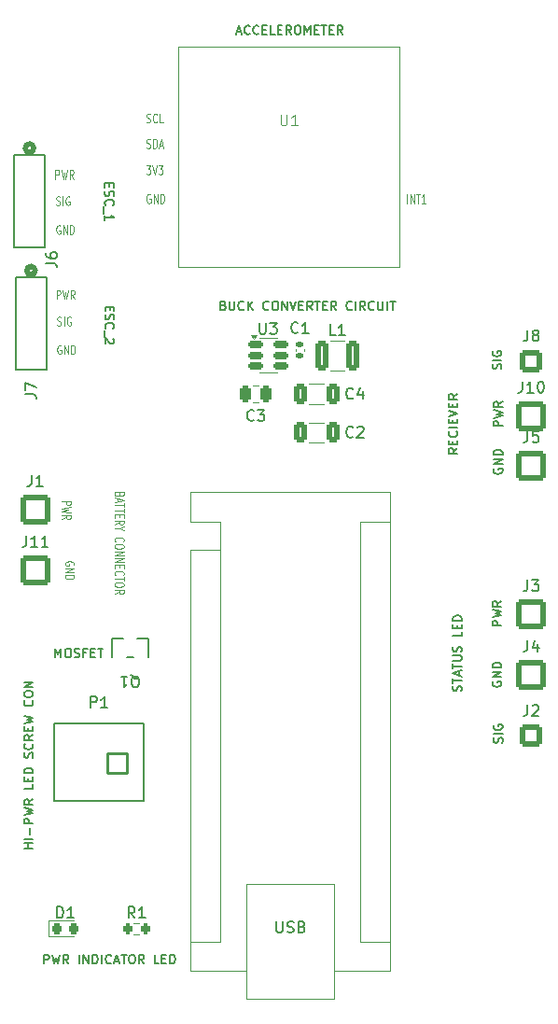
<source format=gto>
%TF.GenerationSoftware,KiCad,Pcbnew,9.0.0*%
%TF.CreationDate,2025-04-14T19:38:07-04:00*%
%TF.ProjectId,brainfreeze,62726169-6e66-4726-9565-7a652e6b6963,rev?*%
%TF.SameCoordinates,Original*%
%TF.FileFunction,Legend,Top*%
%TF.FilePolarity,Positive*%
%FSLAX46Y46*%
G04 Gerber Fmt 4.6, Leading zero omitted, Abs format (unit mm)*
G04 Created by KiCad (PCBNEW 9.0.0) date 2025-04-14 19:38:07*
%MOMM*%
%LPD*%
G01*
G04 APERTURE LIST*
G04 Aperture macros list*
%AMRoundRect*
0 Rectangle with rounded corners*
0 $1 Rounding radius*
0 $2 $3 $4 $5 $6 $7 $8 $9 X,Y pos of 4 corners*
0 Add a 4 corners polygon primitive as box body*
4,1,4,$2,$3,$4,$5,$6,$7,$8,$9,$2,$3,0*
0 Add four circle primitives for the rounded corners*
1,1,$1+$1,$2,$3*
1,1,$1+$1,$4,$5*
1,1,$1+$1,$6,$7*
1,1,$1+$1,$8,$9*
0 Add four rect primitives between the rounded corners*
20,1,$1+$1,$2,$3,$4,$5,0*
20,1,$1+$1,$4,$5,$6,$7,0*
20,1,$1+$1,$6,$7,$8,$9,0*
20,1,$1+$1,$8,$9,$2,$3,0*%
G04 Aperture macros list end*
%ADD10C,0.152400*%
%ADD11C,0.120000*%
%ADD12C,0.100000*%
%ADD13C,0.150000*%
%ADD14C,0.127000*%
%ADD15C,0.508000*%
%ADD16RoundRect,0.150000X-0.512500X-0.150000X0.512500X-0.150000X0.512500X0.150000X-0.512500X0.150000X0*%
%ADD17RoundRect,0.250000X-0.250000X-0.475000X0.250000X-0.475000X0.250000X0.475000X-0.250000X0.475000X0*%
%ADD18RoundRect,0.250000X-1.125000X-1.125000X1.125000X-1.125000X1.125000X1.125000X-1.125000X1.125000X0*%
%ADD19RoundRect,0.140000X-0.170000X0.140000X-0.170000X-0.140000X0.170000X-0.140000X0.170000X0.140000X0*%
%ADD20R,1.600000X1.600000*%
%ADD21O,1.600000X1.600000*%
%ADD22RoundRect,0.250001X-0.799999X-0.799999X0.799999X-0.799999X0.799999X0.799999X-0.799999X0.799999X0*%
%ADD23RoundRect,0.250000X0.325000X0.650000X-0.325000X0.650000X-0.325000X-0.650000X0.325000X-0.650000X0*%
%ADD24RoundRect,0.102000X0.900000X0.900000X-0.900000X0.900000X-0.900000X-0.900000X0.900000X-0.900000X0*%
%ADD25C,2.004000*%
%ADD26R,0.558800X1.270000*%
%ADD27C,1.524000*%
%ADD28RoundRect,0.218750X-0.218750X-0.256250X0.218750X-0.256250X0.218750X0.256250X-0.218750X0.256250X0*%
%ADD29RoundRect,0.200000X-0.200000X-0.275000X0.200000X-0.275000X0.200000X0.275000X-0.200000X0.275000X0*%
%ADD30RoundRect,0.250000X-0.375000X-1.075000X0.375000X-1.075000X0.375000X1.075000X-0.375000X1.075000X0*%
G04 APERTURE END LIST*
D10*
X194564720Y-93466851D02*
X194680834Y-93505556D01*
X194680834Y-93505556D02*
X194719539Y-93544260D01*
X194719539Y-93544260D02*
X194758243Y-93621670D01*
X194758243Y-93621670D02*
X194758243Y-93737784D01*
X194758243Y-93737784D02*
X194719539Y-93815194D01*
X194719539Y-93815194D02*
X194680834Y-93853899D01*
X194680834Y-93853899D02*
X194603424Y-93892603D01*
X194603424Y-93892603D02*
X194293786Y-93892603D01*
X194293786Y-93892603D02*
X194293786Y-93079803D01*
X194293786Y-93079803D02*
X194564720Y-93079803D01*
X194564720Y-93079803D02*
X194642129Y-93118508D01*
X194642129Y-93118508D02*
X194680834Y-93157213D01*
X194680834Y-93157213D02*
X194719539Y-93234622D01*
X194719539Y-93234622D02*
X194719539Y-93312032D01*
X194719539Y-93312032D02*
X194680834Y-93389441D01*
X194680834Y-93389441D02*
X194642129Y-93428146D01*
X194642129Y-93428146D02*
X194564720Y-93466851D01*
X194564720Y-93466851D02*
X194293786Y-93466851D01*
X195106586Y-93079803D02*
X195106586Y-93737784D01*
X195106586Y-93737784D02*
X195145291Y-93815194D01*
X195145291Y-93815194D02*
X195183996Y-93853899D01*
X195183996Y-93853899D02*
X195261405Y-93892603D01*
X195261405Y-93892603D02*
X195416224Y-93892603D01*
X195416224Y-93892603D02*
X195493634Y-93853899D01*
X195493634Y-93853899D02*
X195532339Y-93815194D01*
X195532339Y-93815194D02*
X195571043Y-93737784D01*
X195571043Y-93737784D02*
X195571043Y-93079803D01*
X196422548Y-93815194D02*
X196383844Y-93853899D01*
X196383844Y-93853899D02*
X196267729Y-93892603D01*
X196267729Y-93892603D02*
X196190320Y-93892603D01*
X196190320Y-93892603D02*
X196074206Y-93853899D01*
X196074206Y-93853899D02*
X195996796Y-93776489D01*
X195996796Y-93776489D02*
X195958091Y-93699079D01*
X195958091Y-93699079D02*
X195919387Y-93544260D01*
X195919387Y-93544260D02*
X195919387Y-93428146D01*
X195919387Y-93428146D02*
X195958091Y-93273327D01*
X195958091Y-93273327D02*
X195996796Y-93195918D01*
X195996796Y-93195918D02*
X196074206Y-93118508D01*
X196074206Y-93118508D02*
X196190320Y-93079803D01*
X196190320Y-93079803D02*
X196267729Y-93079803D01*
X196267729Y-93079803D02*
X196383844Y-93118508D01*
X196383844Y-93118508D02*
X196422548Y-93157213D01*
X196770891Y-93892603D02*
X196770891Y-93079803D01*
X197235348Y-93892603D02*
X196887006Y-93428146D01*
X197235348Y-93079803D02*
X196770891Y-93544260D01*
X198667424Y-93815194D02*
X198628720Y-93853899D01*
X198628720Y-93853899D02*
X198512605Y-93892603D01*
X198512605Y-93892603D02*
X198435196Y-93892603D01*
X198435196Y-93892603D02*
X198319082Y-93853899D01*
X198319082Y-93853899D02*
X198241672Y-93776489D01*
X198241672Y-93776489D02*
X198202967Y-93699079D01*
X198202967Y-93699079D02*
X198164263Y-93544260D01*
X198164263Y-93544260D02*
X198164263Y-93428146D01*
X198164263Y-93428146D02*
X198202967Y-93273327D01*
X198202967Y-93273327D02*
X198241672Y-93195918D01*
X198241672Y-93195918D02*
X198319082Y-93118508D01*
X198319082Y-93118508D02*
X198435196Y-93079803D01*
X198435196Y-93079803D02*
X198512605Y-93079803D01*
X198512605Y-93079803D02*
X198628720Y-93118508D01*
X198628720Y-93118508D02*
X198667424Y-93157213D01*
X199170586Y-93079803D02*
X199325405Y-93079803D01*
X199325405Y-93079803D02*
X199402815Y-93118508D01*
X199402815Y-93118508D02*
X199480224Y-93195918D01*
X199480224Y-93195918D02*
X199518929Y-93350737D01*
X199518929Y-93350737D02*
X199518929Y-93621670D01*
X199518929Y-93621670D02*
X199480224Y-93776489D01*
X199480224Y-93776489D02*
X199402815Y-93853899D01*
X199402815Y-93853899D02*
X199325405Y-93892603D01*
X199325405Y-93892603D02*
X199170586Y-93892603D01*
X199170586Y-93892603D02*
X199093177Y-93853899D01*
X199093177Y-93853899D02*
X199015767Y-93776489D01*
X199015767Y-93776489D02*
X198977063Y-93621670D01*
X198977063Y-93621670D02*
X198977063Y-93350737D01*
X198977063Y-93350737D02*
X199015767Y-93195918D01*
X199015767Y-93195918D02*
X199093177Y-93118508D01*
X199093177Y-93118508D02*
X199170586Y-93079803D01*
X199867272Y-93892603D02*
X199867272Y-93079803D01*
X199867272Y-93079803D02*
X200331729Y-93892603D01*
X200331729Y-93892603D02*
X200331729Y-93079803D01*
X200602663Y-93079803D02*
X200873596Y-93892603D01*
X200873596Y-93892603D02*
X201144530Y-93079803D01*
X201415463Y-93466851D02*
X201686397Y-93466851D01*
X201802511Y-93892603D02*
X201415463Y-93892603D01*
X201415463Y-93892603D02*
X201415463Y-93079803D01*
X201415463Y-93079803D02*
X201802511Y-93079803D01*
X202615310Y-93892603D02*
X202344377Y-93505556D01*
X202150853Y-93892603D02*
X202150853Y-93079803D01*
X202150853Y-93079803D02*
X202460491Y-93079803D01*
X202460491Y-93079803D02*
X202537901Y-93118508D01*
X202537901Y-93118508D02*
X202576606Y-93157213D01*
X202576606Y-93157213D02*
X202615310Y-93234622D01*
X202615310Y-93234622D02*
X202615310Y-93350737D01*
X202615310Y-93350737D02*
X202576606Y-93428146D01*
X202576606Y-93428146D02*
X202537901Y-93466851D01*
X202537901Y-93466851D02*
X202460491Y-93505556D01*
X202460491Y-93505556D02*
X202150853Y-93505556D01*
X202847539Y-93079803D02*
X203311996Y-93079803D01*
X203079768Y-93892603D02*
X203079768Y-93079803D01*
X203582929Y-93466851D02*
X203853863Y-93466851D01*
X203969977Y-93892603D02*
X203582929Y-93892603D01*
X203582929Y-93892603D02*
X203582929Y-93079803D01*
X203582929Y-93079803D02*
X203969977Y-93079803D01*
X204782776Y-93892603D02*
X204511843Y-93505556D01*
X204318319Y-93892603D02*
X204318319Y-93079803D01*
X204318319Y-93079803D02*
X204627957Y-93079803D01*
X204627957Y-93079803D02*
X204705367Y-93118508D01*
X204705367Y-93118508D02*
X204744072Y-93157213D01*
X204744072Y-93157213D02*
X204782776Y-93234622D01*
X204782776Y-93234622D02*
X204782776Y-93350737D01*
X204782776Y-93350737D02*
X204744072Y-93428146D01*
X204744072Y-93428146D02*
X204705367Y-93466851D01*
X204705367Y-93466851D02*
X204627957Y-93505556D01*
X204627957Y-93505556D02*
X204318319Y-93505556D01*
X206214852Y-93815194D02*
X206176148Y-93853899D01*
X206176148Y-93853899D02*
X206060033Y-93892603D01*
X206060033Y-93892603D02*
X205982624Y-93892603D01*
X205982624Y-93892603D02*
X205866510Y-93853899D01*
X205866510Y-93853899D02*
X205789100Y-93776489D01*
X205789100Y-93776489D02*
X205750395Y-93699079D01*
X205750395Y-93699079D02*
X205711691Y-93544260D01*
X205711691Y-93544260D02*
X205711691Y-93428146D01*
X205711691Y-93428146D02*
X205750395Y-93273327D01*
X205750395Y-93273327D02*
X205789100Y-93195918D01*
X205789100Y-93195918D02*
X205866510Y-93118508D01*
X205866510Y-93118508D02*
X205982624Y-93079803D01*
X205982624Y-93079803D02*
X206060033Y-93079803D01*
X206060033Y-93079803D02*
X206176148Y-93118508D01*
X206176148Y-93118508D02*
X206214852Y-93157213D01*
X206563195Y-93892603D02*
X206563195Y-93079803D01*
X207414700Y-93892603D02*
X207143767Y-93505556D01*
X206950243Y-93892603D02*
X206950243Y-93079803D01*
X206950243Y-93079803D02*
X207259881Y-93079803D01*
X207259881Y-93079803D02*
X207337291Y-93118508D01*
X207337291Y-93118508D02*
X207375996Y-93157213D01*
X207375996Y-93157213D02*
X207414700Y-93234622D01*
X207414700Y-93234622D02*
X207414700Y-93350737D01*
X207414700Y-93350737D02*
X207375996Y-93428146D01*
X207375996Y-93428146D02*
X207337291Y-93466851D01*
X207337291Y-93466851D02*
X207259881Y-93505556D01*
X207259881Y-93505556D02*
X206950243Y-93505556D01*
X208227500Y-93815194D02*
X208188796Y-93853899D01*
X208188796Y-93853899D02*
X208072681Y-93892603D01*
X208072681Y-93892603D02*
X207995272Y-93892603D01*
X207995272Y-93892603D02*
X207879158Y-93853899D01*
X207879158Y-93853899D02*
X207801748Y-93776489D01*
X207801748Y-93776489D02*
X207763043Y-93699079D01*
X207763043Y-93699079D02*
X207724339Y-93544260D01*
X207724339Y-93544260D02*
X207724339Y-93428146D01*
X207724339Y-93428146D02*
X207763043Y-93273327D01*
X207763043Y-93273327D02*
X207801748Y-93195918D01*
X207801748Y-93195918D02*
X207879158Y-93118508D01*
X207879158Y-93118508D02*
X207995272Y-93079803D01*
X207995272Y-93079803D02*
X208072681Y-93079803D01*
X208072681Y-93079803D02*
X208188796Y-93118508D01*
X208188796Y-93118508D02*
X208227500Y-93157213D01*
X208575843Y-93079803D02*
X208575843Y-93737784D01*
X208575843Y-93737784D02*
X208614548Y-93815194D01*
X208614548Y-93815194D02*
X208653253Y-93853899D01*
X208653253Y-93853899D02*
X208730662Y-93892603D01*
X208730662Y-93892603D02*
X208885481Y-93892603D01*
X208885481Y-93892603D02*
X208962891Y-93853899D01*
X208962891Y-93853899D02*
X209001596Y-93815194D01*
X209001596Y-93815194D02*
X209040300Y-93737784D01*
X209040300Y-93737784D02*
X209040300Y-93079803D01*
X209427348Y-93892603D02*
X209427348Y-93079803D01*
X209698282Y-93079803D02*
X210162739Y-93079803D01*
X209930511Y-93892603D02*
X209930511Y-93079803D01*
X219118508Y-108280460D02*
X219079803Y-108357870D01*
X219079803Y-108357870D02*
X219079803Y-108473984D01*
X219079803Y-108473984D02*
X219118508Y-108590098D01*
X219118508Y-108590098D02*
X219195918Y-108667508D01*
X219195918Y-108667508D02*
X219273327Y-108706213D01*
X219273327Y-108706213D02*
X219428146Y-108744917D01*
X219428146Y-108744917D02*
X219544260Y-108744917D01*
X219544260Y-108744917D02*
X219699079Y-108706213D01*
X219699079Y-108706213D02*
X219776489Y-108667508D01*
X219776489Y-108667508D02*
X219853899Y-108590098D01*
X219853899Y-108590098D02*
X219892603Y-108473984D01*
X219892603Y-108473984D02*
X219892603Y-108396575D01*
X219892603Y-108396575D02*
X219853899Y-108280460D01*
X219853899Y-108280460D02*
X219815194Y-108241756D01*
X219815194Y-108241756D02*
X219544260Y-108241756D01*
X219544260Y-108241756D02*
X219544260Y-108396575D01*
X219892603Y-107893413D02*
X219079803Y-107893413D01*
X219079803Y-107893413D02*
X219892603Y-107428956D01*
X219892603Y-107428956D02*
X219079803Y-107428956D01*
X219892603Y-107041908D02*
X219079803Y-107041908D01*
X219079803Y-107041908D02*
X219079803Y-106848384D01*
X219079803Y-106848384D02*
X219118508Y-106732270D01*
X219118508Y-106732270D02*
X219195918Y-106654860D01*
X219195918Y-106654860D02*
X219273327Y-106616155D01*
X219273327Y-106616155D02*
X219428146Y-106577451D01*
X219428146Y-106577451D02*
X219544260Y-106577451D01*
X219544260Y-106577451D02*
X219699079Y-106616155D01*
X219699079Y-106616155D02*
X219776489Y-106654860D01*
X219776489Y-106654860D02*
X219853899Y-106732270D01*
X219853899Y-106732270D02*
X219892603Y-106848384D01*
X219892603Y-106848384D02*
X219892603Y-107041908D01*
X219753899Y-99244917D02*
X219792603Y-99128803D01*
X219792603Y-99128803D02*
X219792603Y-98935279D01*
X219792603Y-98935279D02*
X219753899Y-98857870D01*
X219753899Y-98857870D02*
X219715194Y-98819165D01*
X219715194Y-98819165D02*
X219637784Y-98780460D01*
X219637784Y-98780460D02*
X219560375Y-98780460D01*
X219560375Y-98780460D02*
X219482965Y-98819165D01*
X219482965Y-98819165D02*
X219444260Y-98857870D01*
X219444260Y-98857870D02*
X219405556Y-98935279D01*
X219405556Y-98935279D02*
X219366851Y-99090098D01*
X219366851Y-99090098D02*
X219328146Y-99167508D01*
X219328146Y-99167508D02*
X219289441Y-99206213D01*
X219289441Y-99206213D02*
X219212032Y-99244917D01*
X219212032Y-99244917D02*
X219134622Y-99244917D01*
X219134622Y-99244917D02*
X219057213Y-99206213D01*
X219057213Y-99206213D02*
X219018508Y-99167508D01*
X219018508Y-99167508D02*
X218979803Y-99090098D01*
X218979803Y-99090098D02*
X218979803Y-98896575D01*
X218979803Y-98896575D02*
X219018508Y-98780460D01*
X219792603Y-98432118D02*
X218979803Y-98432118D01*
X219018508Y-97619317D02*
X218979803Y-97696727D01*
X218979803Y-97696727D02*
X218979803Y-97812841D01*
X218979803Y-97812841D02*
X219018508Y-97928955D01*
X219018508Y-97928955D02*
X219095918Y-98006365D01*
X219095918Y-98006365D02*
X219173327Y-98045070D01*
X219173327Y-98045070D02*
X219328146Y-98083774D01*
X219328146Y-98083774D02*
X219444260Y-98083774D01*
X219444260Y-98083774D02*
X219599079Y-98045070D01*
X219599079Y-98045070D02*
X219676489Y-98006365D01*
X219676489Y-98006365D02*
X219753899Y-97928955D01*
X219753899Y-97928955D02*
X219792603Y-97812841D01*
X219792603Y-97812841D02*
X219792603Y-97735432D01*
X219792603Y-97735432D02*
X219753899Y-97619317D01*
X219753899Y-97619317D02*
X219715194Y-97580613D01*
X219715194Y-97580613D02*
X219444260Y-97580613D01*
X219444260Y-97580613D02*
X219444260Y-97735432D01*
X195755082Y-68660375D02*
X196142129Y-68660375D01*
X195677672Y-68892603D02*
X195948605Y-68079803D01*
X195948605Y-68079803D02*
X196219539Y-68892603D01*
X196954929Y-68815194D02*
X196916225Y-68853899D01*
X196916225Y-68853899D02*
X196800110Y-68892603D01*
X196800110Y-68892603D02*
X196722701Y-68892603D01*
X196722701Y-68892603D02*
X196606587Y-68853899D01*
X196606587Y-68853899D02*
X196529177Y-68776489D01*
X196529177Y-68776489D02*
X196490472Y-68699079D01*
X196490472Y-68699079D02*
X196451768Y-68544260D01*
X196451768Y-68544260D02*
X196451768Y-68428146D01*
X196451768Y-68428146D02*
X196490472Y-68273327D01*
X196490472Y-68273327D02*
X196529177Y-68195918D01*
X196529177Y-68195918D02*
X196606587Y-68118508D01*
X196606587Y-68118508D02*
X196722701Y-68079803D01*
X196722701Y-68079803D02*
X196800110Y-68079803D01*
X196800110Y-68079803D02*
X196916225Y-68118508D01*
X196916225Y-68118508D02*
X196954929Y-68157213D01*
X197767729Y-68815194D02*
X197729025Y-68853899D01*
X197729025Y-68853899D02*
X197612910Y-68892603D01*
X197612910Y-68892603D02*
X197535501Y-68892603D01*
X197535501Y-68892603D02*
X197419387Y-68853899D01*
X197419387Y-68853899D02*
X197341977Y-68776489D01*
X197341977Y-68776489D02*
X197303272Y-68699079D01*
X197303272Y-68699079D02*
X197264568Y-68544260D01*
X197264568Y-68544260D02*
X197264568Y-68428146D01*
X197264568Y-68428146D02*
X197303272Y-68273327D01*
X197303272Y-68273327D02*
X197341977Y-68195918D01*
X197341977Y-68195918D02*
X197419387Y-68118508D01*
X197419387Y-68118508D02*
X197535501Y-68079803D01*
X197535501Y-68079803D02*
X197612910Y-68079803D01*
X197612910Y-68079803D02*
X197729025Y-68118508D01*
X197729025Y-68118508D02*
X197767729Y-68157213D01*
X198116072Y-68466851D02*
X198387006Y-68466851D01*
X198503120Y-68892603D02*
X198116072Y-68892603D01*
X198116072Y-68892603D02*
X198116072Y-68079803D01*
X198116072Y-68079803D02*
X198503120Y-68079803D01*
X199238510Y-68892603D02*
X198851462Y-68892603D01*
X198851462Y-68892603D02*
X198851462Y-68079803D01*
X199509443Y-68466851D02*
X199780377Y-68466851D01*
X199896491Y-68892603D02*
X199509443Y-68892603D01*
X199509443Y-68892603D02*
X199509443Y-68079803D01*
X199509443Y-68079803D02*
X199896491Y-68079803D01*
X200709290Y-68892603D02*
X200438357Y-68505556D01*
X200244833Y-68892603D02*
X200244833Y-68079803D01*
X200244833Y-68079803D02*
X200554471Y-68079803D01*
X200554471Y-68079803D02*
X200631881Y-68118508D01*
X200631881Y-68118508D02*
X200670586Y-68157213D01*
X200670586Y-68157213D02*
X200709290Y-68234622D01*
X200709290Y-68234622D02*
X200709290Y-68350737D01*
X200709290Y-68350737D02*
X200670586Y-68428146D01*
X200670586Y-68428146D02*
X200631881Y-68466851D01*
X200631881Y-68466851D02*
X200554471Y-68505556D01*
X200554471Y-68505556D02*
X200244833Y-68505556D01*
X201212452Y-68079803D02*
X201367271Y-68079803D01*
X201367271Y-68079803D02*
X201444681Y-68118508D01*
X201444681Y-68118508D02*
X201522090Y-68195918D01*
X201522090Y-68195918D02*
X201560795Y-68350737D01*
X201560795Y-68350737D02*
X201560795Y-68621670D01*
X201560795Y-68621670D02*
X201522090Y-68776489D01*
X201522090Y-68776489D02*
X201444681Y-68853899D01*
X201444681Y-68853899D02*
X201367271Y-68892603D01*
X201367271Y-68892603D02*
X201212452Y-68892603D01*
X201212452Y-68892603D02*
X201135043Y-68853899D01*
X201135043Y-68853899D02*
X201057633Y-68776489D01*
X201057633Y-68776489D02*
X201018929Y-68621670D01*
X201018929Y-68621670D02*
X201018929Y-68350737D01*
X201018929Y-68350737D02*
X201057633Y-68195918D01*
X201057633Y-68195918D02*
X201135043Y-68118508D01*
X201135043Y-68118508D02*
X201212452Y-68079803D01*
X201909138Y-68892603D02*
X201909138Y-68079803D01*
X201909138Y-68079803D02*
X202180072Y-68660375D01*
X202180072Y-68660375D02*
X202451005Y-68079803D01*
X202451005Y-68079803D02*
X202451005Y-68892603D01*
X202838052Y-68466851D02*
X203108986Y-68466851D01*
X203225100Y-68892603D02*
X202838052Y-68892603D01*
X202838052Y-68892603D02*
X202838052Y-68079803D01*
X202838052Y-68079803D02*
X203225100Y-68079803D01*
X203457328Y-68079803D02*
X203921785Y-68079803D01*
X203689557Y-68892603D02*
X203689557Y-68079803D01*
X204192718Y-68466851D02*
X204463652Y-68466851D01*
X204579766Y-68892603D02*
X204192718Y-68892603D01*
X204192718Y-68892603D02*
X204192718Y-68079803D01*
X204192718Y-68079803D02*
X204579766Y-68079803D01*
X205392565Y-68892603D02*
X205121632Y-68505556D01*
X204928108Y-68892603D02*
X204928108Y-68079803D01*
X204928108Y-68079803D02*
X205237746Y-68079803D01*
X205237746Y-68079803D02*
X205315156Y-68118508D01*
X205315156Y-68118508D02*
X205353861Y-68157213D01*
X205353861Y-68157213D02*
X205392565Y-68234622D01*
X205392565Y-68234622D02*
X205392565Y-68350737D01*
X205392565Y-68350737D02*
X205353861Y-68428146D01*
X205353861Y-68428146D02*
X205315156Y-68466851D01*
X205315156Y-68466851D02*
X205237746Y-68505556D01*
X205237746Y-68505556D02*
X204928108Y-68505556D01*
D11*
X179321804Y-81994288D02*
X179321804Y-81181488D01*
X179321804Y-81181488D02*
X179550375Y-81181488D01*
X179550375Y-81181488D02*
X179607518Y-81220193D01*
X179607518Y-81220193D02*
X179636089Y-81258898D01*
X179636089Y-81258898D02*
X179664661Y-81336307D01*
X179664661Y-81336307D02*
X179664661Y-81452422D01*
X179664661Y-81452422D02*
X179636089Y-81529831D01*
X179636089Y-81529831D02*
X179607518Y-81568536D01*
X179607518Y-81568536D02*
X179550375Y-81607241D01*
X179550375Y-81607241D02*
X179321804Y-81607241D01*
X179864661Y-81181488D02*
X180007518Y-81994288D01*
X180007518Y-81994288D02*
X180121804Y-81413717D01*
X180121804Y-81413717D02*
X180236089Y-81994288D01*
X180236089Y-81994288D02*
X180378947Y-81181488D01*
X180950375Y-81994288D02*
X180750375Y-81607241D01*
X180607518Y-81994288D02*
X180607518Y-81181488D01*
X180607518Y-81181488D02*
X180836089Y-81181488D01*
X180836089Y-81181488D02*
X180893232Y-81220193D01*
X180893232Y-81220193D02*
X180921803Y-81258898D01*
X180921803Y-81258898D02*
X180950375Y-81336307D01*
X180950375Y-81336307D02*
X180950375Y-81452422D01*
X180950375Y-81452422D02*
X180921803Y-81529831D01*
X180921803Y-81529831D02*
X180893232Y-81568536D01*
X180893232Y-81568536D02*
X180836089Y-81607241D01*
X180836089Y-81607241D02*
X180607518Y-81607241D01*
D10*
X219792603Y-122506213D02*
X218979803Y-122506213D01*
X218979803Y-122506213D02*
X218979803Y-122196575D01*
X218979803Y-122196575D02*
X219018508Y-122119165D01*
X219018508Y-122119165D02*
X219057213Y-122080460D01*
X219057213Y-122080460D02*
X219134622Y-122041756D01*
X219134622Y-122041756D02*
X219250737Y-122041756D01*
X219250737Y-122041756D02*
X219328146Y-122080460D01*
X219328146Y-122080460D02*
X219366851Y-122119165D01*
X219366851Y-122119165D02*
X219405556Y-122196575D01*
X219405556Y-122196575D02*
X219405556Y-122506213D01*
X218979803Y-121770822D02*
X219792603Y-121577298D01*
X219792603Y-121577298D02*
X219212032Y-121422479D01*
X219212032Y-121422479D02*
X219792603Y-121267660D01*
X219792603Y-121267660D02*
X218979803Y-121074137D01*
X219792603Y-120300042D02*
X219405556Y-120570975D01*
X219792603Y-120764499D02*
X218979803Y-120764499D01*
X218979803Y-120764499D02*
X218979803Y-120454861D01*
X218979803Y-120454861D02*
X219018508Y-120377451D01*
X219018508Y-120377451D02*
X219057213Y-120338746D01*
X219057213Y-120338746D02*
X219134622Y-120300042D01*
X219134622Y-120300042D02*
X219250737Y-120300042D01*
X219250737Y-120300042D02*
X219328146Y-120338746D01*
X219328146Y-120338746D02*
X219366851Y-120377451D01*
X219366851Y-120377451D02*
X219405556Y-120454861D01*
X219405556Y-120454861D02*
X219405556Y-120764499D01*
D11*
X179905711Y-111221804D02*
X180718511Y-111221804D01*
X180718511Y-111221804D02*
X180718511Y-111450375D01*
X180718511Y-111450375D02*
X180679806Y-111507518D01*
X180679806Y-111507518D02*
X180641101Y-111536089D01*
X180641101Y-111536089D02*
X180563692Y-111564661D01*
X180563692Y-111564661D02*
X180447577Y-111564661D01*
X180447577Y-111564661D02*
X180370168Y-111536089D01*
X180370168Y-111536089D02*
X180331463Y-111507518D01*
X180331463Y-111507518D02*
X180292758Y-111450375D01*
X180292758Y-111450375D02*
X180292758Y-111221804D01*
X180718511Y-111764661D02*
X179905711Y-111907518D01*
X179905711Y-111907518D02*
X180486282Y-112021804D01*
X180486282Y-112021804D02*
X179905711Y-112136089D01*
X179905711Y-112136089D02*
X180718511Y-112278947D01*
X179905711Y-112850375D02*
X180292758Y-112650375D01*
X179905711Y-112507518D02*
X180718511Y-112507518D01*
X180718511Y-112507518D02*
X180718511Y-112736089D01*
X180718511Y-112736089D02*
X180679806Y-112793232D01*
X180679806Y-112793232D02*
X180641101Y-112821803D01*
X180641101Y-112821803D02*
X180563692Y-112850375D01*
X180563692Y-112850375D02*
X180447577Y-112850375D01*
X180447577Y-112850375D02*
X180370168Y-112821803D01*
X180370168Y-112821803D02*
X180331463Y-112793232D01*
X180331463Y-112793232D02*
X180292758Y-112736089D01*
X180292758Y-112736089D02*
X180292758Y-112507518D01*
X180979806Y-117036089D02*
X181018511Y-116978947D01*
X181018511Y-116978947D02*
X181018511Y-116893232D01*
X181018511Y-116893232D02*
X180979806Y-116807518D01*
X180979806Y-116807518D02*
X180902396Y-116750375D01*
X180902396Y-116750375D02*
X180824987Y-116721804D01*
X180824987Y-116721804D02*
X180670168Y-116693232D01*
X180670168Y-116693232D02*
X180554054Y-116693232D01*
X180554054Y-116693232D02*
X180399235Y-116721804D01*
X180399235Y-116721804D02*
X180321825Y-116750375D01*
X180321825Y-116750375D02*
X180244416Y-116807518D01*
X180244416Y-116807518D02*
X180205711Y-116893232D01*
X180205711Y-116893232D02*
X180205711Y-116950375D01*
X180205711Y-116950375D02*
X180244416Y-117036089D01*
X180244416Y-117036089D02*
X180283120Y-117064661D01*
X180283120Y-117064661D02*
X180554054Y-117064661D01*
X180554054Y-117064661D02*
X180554054Y-116950375D01*
X180205711Y-117321804D02*
X181018511Y-117321804D01*
X181018511Y-117321804D02*
X180205711Y-117664661D01*
X180205711Y-117664661D02*
X181018511Y-117664661D01*
X180205711Y-117950375D02*
X181018511Y-117950375D01*
X181018511Y-117950375D02*
X181018511Y-118093232D01*
X181018511Y-118093232D02*
X180979806Y-118178946D01*
X180979806Y-118178946D02*
X180902396Y-118236089D01*
X180902396Y-118236089D02*
X180824987Y-118264660D01*
X180824987Y-118264660D02*
X180670168Y-118293232D01*
X180670168Y-118293232D02*
X180554054Y-118293232D01*
X180554054Y-118293232D02*
X180399235Y-118264660D01*
X180399235Y-118264660D02*
X180321825Y-118236089D01*
X180321825Y-118236089D02*
X180244416Y-118178946D01*
X180244416Y-118178946D02*
X180205711Y-118093232D01*
X180205711Y-118093232D02*
X180205711Y-117950375D01*
D10*
X184241710Y-93593786D02*
X184241710Y-93864720D01*
X183815958Y-93980834D02*
X183815958Y-93593786D01*
X183815958Y-93593786D02*
X184628758Y-93593786D01*
X184628758Y-93593786D02*
X184628758Y-93980834D01*
X183854663Y-94290472D02*
X183815958Y-94406586D01*
X183815958Y-94406586D02*
X183815958Y-94600110D01*
X183815958Y-94600110D02*
X183854663Y-94677519D01*
X183854663Y-94677519D02*
X183893367Y-94716224D01*
X183893367Y-94716224D02*
X183970777Y-94754929D01*
X183970777Y-94754929D02*
X184048186Y-94754929D01*
X184048186Y-94754929D02*
X184125596Y-94716224D01*
X184125596Y-94716224D02*
X184164301Y-94677519D01*
X184164301Y-94677519D02*
X184203005Y-94600110D01*
X184203005Y-94600110D02*
X184241710Y-94445291D01*
X184241710Y-94445291D02*
X184280415Y-94367881D01*
X184280415Y-94367881D02*
X184319120Y-94329176D01*
X184319120Y-94329176D02*
X184396529Y-94290472D01*
X184396529Y-94290472D02*
X184473939Y-94290472D01*
X184473939Y-94290472D02*
X184551348Y-94329176D01*
X184551348Y-94329176D02*
X184590053Y-94367881D01*
X184590053Y-94367881D02*
X184628758Y-94445291D01*
X184628758Y-94445291D02*
X184628758Y-94638814D01*
X184628758Y-94638814D02*
X184590053Y-94754929D01*
X183893367Y-95567728D02*
X183854663Y-95529024D01*
X183854663Y-95529024D02*
X183815958Y-95412909D01*
X183815958Y-95412909D02*
X183815958Y-95335500D01*
X183815958Y-95335500D02*
X183854663Y-95219386D01*
X183854663Y-95219386D02*
X183932072Y-95141976D01*
X183932072Y-95141976D02*
X184009482Y-95103271D01*
X184009482Y-95103271D02*
X184164301Y-95064567D01*
X184164301Y-95064567D02*
X184280415Y-95064567D01*
X184280415Y-95064567D02*
X184435234Y-95103271D01*
X184435234Y-95103271D02*
X184512643Y-95141976D01*
X184512643Y-95141976D02*
X184590053Y-95219386D01*
X184590053Y-95219386D02*
X184628758Y-95335500D01*
X184628758Y-95335500D02*
X184628758Y-95412909D01*
X184628758Y-95412909D02*
X184590053Y-95529024D01*
X184590053Y-95529024D02*
X184551348Y-95567728D01*
X183738548Y-95722548D02*
X183738548Y-96341824D01*
X184551348Y-96496643D02*
X184590053Y-96535347D01*
X184590053Y-96535347D02*
X184628758Y-96612757D01*
X184628758Y-96612757D02*
X184628758Y-96806281D01*
X184628758Y-96806281D02*
X184590053Y-96883690D01*
X184590053Y-96883690D02*
X184551348Y-96922395D01*
X184551348Y-96922395D02*
X184473939Y-96961100D01*
X184473939Y-96961100D02*
X184396529Y-96961100D01*
X184396529Y-96961100D02*
X184280415Y-96922395D01*
X184280415Y-96922395D02*
X183815958Y-96457938D01*
X183815958Y-96457938D02*
X183815958Y-96961100D01*
X219853899Y-133144917D02*
X219892603Y-133028803D01*
X219892603Y-133028803D02*
X219892603Y-132835279D01*
X219892603Y-132835279D02*
X219853899Y-132757870D01*
X219853899Y-132757870D02*
X219815194Y-132719165D01*
X219815194Y-132719165D02*
X219737784Y-132680460D01*
X219737784Y-132680460D02*
X219660375Y-132680460D01*
X219660375Y-132680460D02*
X219582965Y-132719165D01*
X219582965Y-132719165D02*
X219544260Y-132757870D01*
X219544260Y-132757870D02*
X219505556Y-132835279D01*
X219505556Y-132835279D02*
X219466851Y-132990098D01*
X219466851Y-132990098D02*
X219428146Y-133067508D01*
X219428146Y-133067508D02*
X219389441Y-133106213D01*
X219389441Y-133106213D02*
X219312032Y-133144917D01*
X219312032Y-133144917D02*
X219234622Y-133144917D01*
X219234622Y-133144917D02*
X219157213Y-133106213D01*
X219157213Y-133106213D02*
X219118508Y-133067508D01*
X219118508Y-133067508D02*
X219079803Y-132990098D01*
X219079803Y-132990098D02*
X219079803Y-132796575D01*
X219079803Y-132796575D02*
X219118508Y-132680460D01*
X219892603Y-132332118D02*
X219079803Y-132332118D01*
X219118508Y-131519317D02*
X219079803Y-131596727D01*
X219079803Y-131596727D02*
X219079803Y-131712841D01*
X219079803Y-131712841D02*
X219118508Y-131828955D01*
X219118508Y-131828955D02*
X219195918Y-131906365D01*
X219195918Y-131906365D02*
X219273327Y-131945070D01*
X219273327Y-131945070D02*
X219428146Y-131983774D01*
X219428146Y-131983774D02*
X219544260Y-131983774D01*
X219544260Y-131983774D02*
X219699079Y-131945070D01*
X219699079Y-131945070D02*
X219776489Y-131906365D01*
X219776489Y-131906365D02*
X219853899Y-131828955D01*
X219853899Y-131828955D02*
X219892603Y-131712841D01*
X219892603Y-131712841D02*
X219892603Y-131635432D01*
X219892603Y-131635432D02*
X219853899Y-131519317D01*
X219853899Y-131519317D02*
X219815194Y-131480613D01*
X219815194Y-131480613D02*
X219544260Y-131480613D01*
X219544260Y-131480613D02*
X219544260Y-131635432D01*
D11*
X179736089Y-86220193D02*
X179678947Y-86181488D01*
X179678947Y-86181488D02*
X179593232Y-86181488D01*
X179593232Y-86181488D02*
X179507518Y-86220193D01*
X179507518Y-86220193D02*
X179450375Y-86297603D01*
X179450375Y-86297603D02*
X179421804Y-86375012D01*
X179421804Y-86375012D02*
X179393232Y-86529831D01*
X179393232Y-86529831D02*
X179393232Y-86645945D01*
X179393232Y-86645945D02*
X179421804Y-86800764D01*
X179421804Y-86800764D02*
X179450375Y-86878174D01*
X179450375Y-86878174D02*
X179507518Y-86955584D01*
X179507518Y-86955584D02*
X179593232Y-86994288D01*
X179593232Y-86994288D02*
X179650375Y-86994288D01*
X179650375Y-86994288D02*
X179736089Y-86955584D01*
X179736089Y-86955584D02*
X179764661Y-86916879D01*
X179764661Y-86916879D02*
X179764661Y-86645945D01*
X179764661Y-86645945D02*
X179650375Y-86645945D01*
X180021804Y-86994288D02*
X180021804Y-86181488D01*
X180021804Y-86181488D02*
X180364661Y-86994288D01*
X180364661Y-86994288D02*
X180364661Y-86181488D01*
X180650375Y-86994288D02*
X180650375Y-86181488D01*
X180650375Y-86181488D02*
X180793232Y-86181488D01*
X180793232Y-86181488D02*
X180878946Y-86220193D01*
X180878946Y-86220193D02*
X180936089Y-86297603D01*
X180936089Y-86297603D02*
X180964660Y-86375012D01*
X180964660Y-86375012D02*
X180993232Y-86529831D01*
X180993232Y-86529831D02*
X180993232Y-86645945D01*
X180993232Y-86645945D02*
X180964660Y-86800764D01*
X180964660Y-86800764D02*
X180936089Y-86878174D01*
X180936089Y-86878174D02*
X180878946Y-86955584D01*
X180878946Y-86955584D02*
X180793232Y-86994288D01*
X180793232Y-86994288D02*
X180650375Y-86994288D01*
X187593232Y-76855584D02*
X187678947Y-76894288D01*
X187678947Y-76894288D02*
X187821804Y-76894288D01*
X187821804Y-76894288D02*
X187878947Y-76855584D01*
X187878947Y-76855584D02*
X187907518Y-76816879D01*
X187907518Y-76816879D02*
X187936089Y-76739469D01*
X187936089Y-76739469D02*
X187936089Y-76662060D01*
X187936089Y-76662060D02*
X187907518Y-76584650D01*
X187907518Y-76584650D02*
X187878947Y-76545945D01*
X187878947Y-76545945D02*
X187821804Y-76507241D01*
X187821804Y-76507241D02*
X187707518Y-76468536D01*
X187707518Y-76468536D02*
X187650375Y-76429831D01*
X187650375Y-76429831D02*
X187621804Y-76391126D01*
X187621804Y-76391126D02*
X187593232Y-76313717D01*
X187593232Y-76313717D02*
X187593232Y-76236307D01*
X187593232Y-76236307D02*
X187621804Y-76158898D01*
X187621804Y-76158898D02*
X187650375Y-76120193D01*
X187650375Y-76120193D02*
X187707518Y-76081488D01*
X187707518Y-76081488D02*
X187850375Y-76081488D01*
X187850375Y-76081488D02*
X187936089Y-76120193D01*
X188536090Y-76816879D02*
X188507518Y-76855584D01*
X188507518Y-76855584D02*
X188421804Y-76894288D01*
X188421804Y-76894288D02*
X188364661Y-76894288D01*
X188364661Y-76894288D02*
X188278947Y-76855584D01*
X188278947Y-76855584D02*
X188221804Y-76778174D01*
X188221804Y-76778174D02*
X188193233Y-76700764D01*
X188193233Y-76700764D02*
X188164661Y-76545945D01*
X188164661Y-76545945D02*
X188164661Y-76429831D01*
X188164661Y-76429831D02*
X188193233Y-76275012D01*
X188193233Y-76275012D02*
X188221804Y-76197603D01*
X188221804Y-76197603D02*
X188278947Y-76120193D01*
X188278947Y-76120193D02*
X188364661Y-76081488D01*
X188364661Y-76081488D02*
X188421804Y-76081488D01*
X188421804Y-76081488D02*
X188507518Y-76120193D01*
X188507518Y-76120193D02*
X188536090Y-76158898D01*
X189078947Y-76894288D02*
X188793233Y-76894288D01*
X188793233Y-76894288D02*
X188793233Y-76081488D01*
D10*
X219018508Y-127580460D02*
X218979803Y-127657870D01*
X218979803Y-127657870D02*
X218979803Y-127773984D01*
X218979803Y-127773984D02*
X219018508Y-127890098D01*
X219018508Y-127890098D02*
X219095918Y-127967508D01*
X219095918Y-127967508D02*
X219173327Y-128006213D01*
X219173327Y-128006213D02*
X219328146Y-128044917D01*
X219328146Y-128044917D02*
X219444260Y-128044917D01*
X219444260Y-128044917D02*
X219599079Y-128006213D01*
X219599079Y-128006213D02*
X219676489Y-127967508D01*
X219676489Y-127967508D02*
X219753899Y-127890098D01*
X219753899Y-127890098D02*
X219792603Y-127773984D01*
X219792603Y-127773984D02*
X219792603Y-127696575D01*
X219792603Y-127696575D02*
X219753899Y-127580460D01*
X219753899Y-127580460D02*
X219715194Y-127541756D01*
X219715194Y-127541756D02*
X219444260Y-127541756D01*
X219444260Y-127541756D02*
X219444260Y-127696575D01*
X219792603Y-127193413D02*
X218979803Y-127193413D01*
X218979803Y-127193413D02*
X219792603Y-126728956D01*
X219792603Y-126728956D02*
X218979803Y-126728956D01*
X219792603Y-126341908D02*
X218979803Y-126341908D01*
X218979803Y-126341908D02*
X218979803Y-126148384D01*
X218979803Y-126148384D02*
X219018508Y-126032270D01*
X219018508Y-126032270D02*
X219095918Y-125954860D01*
X219095918Y-125954860D02*
X219173327Y-125916155D01*
X219173327Y-125916155D02*
X219328146Y-125877451D01*
X219328146Y-125877451D02*
X219444260Y-125877451D01*
X219444260Y-125877451D02*
X219599079Y-125916155D01*
X219599079Y-125916155D02*
X219676489Y-125954860D01*
X219676489Y-125954860D02*
X219753899Y-126032270D01*
X219753899Y-126032270D02*
X219792603Y-126148384D01*
X219792603Y-126148384D02*
X219792603Y-126341908D01*
D11*
X187593232Y-79155584D02*
X187678947Y-79194288D01*
X187678947Y-79194288D02*
X187821804Y-79194288D01*
X187821804Y-79194288D02*
X187878947Y-79155584D01*
X187878947Y-79155584D02*
X187907518Y-79116879D01*
X187907518Y-79116879D02*
X187936089Y-79039469D01*
X187936089Y-79039469D02*
X187936089Y-78962060D01*
X187936089Y-78962060D02*
X187907518Y-78884650D01*
X187907518Y-78884650D02*
X187878947Y-78845945D01*
X187878947Y-78845945D02*
X187821804Y-78807241D01*
X187821804Y-78807241D02*
X187707518Y-78768536D01*
X187707518Y-78768536D02*
X187650375Y-78729831D01*
X187650375Y-78729831D02*
X187621804Y-78691126D01*
X187621804Y-78691126D02*
X187593232Y-78613717D01*
X187593232Y-78613717D02*
X187593232Y-78536307D01*
X187593232Y-78536307D02*
X187621804Y-78458898D01*
X187621804Y-78458898D02*
X187650375Y-78420193D01*
X187650375Y-78420193D02*
X187707518Y-78381488D01*
X187707518Y-78381488D02*
X187850375Y-78381488D01*
X187850375Y-78381488D02*
X187936089Y-78420193D01*
X188193233Y-79194288D02*
X188193233Y-78381488D01*
X188193233Y-78381488D02*
X188336090Y-78381488D01*
X188336090Y-78381488D02*
X188421804Y-78420193D01*
X188421804Y-78420193D02*
X188478947Y-78497603D01*
X188478947Y-78497603D02*
X188507518Y-78575012D01*
X188507518Y-78575012D02*
X188536090Y-78729831D01*
X188536090Y-78729831D02*
X188536090Y-78845945D01*
X188536090Y-78845945D02*
X188507518Y-79000764D01*
X188507518Y-79000764D02*
X188478947Y-79078174D01*
X188478947Y-79078174D02*
X188421804Y-79155584D01*
X188421804Y-79155584D02*
X188336090Y-79194288D01*
X188336090Y-79194288D02*
X188193233Y-79194288D01*
X188764661Y-78962060D02*
X189050376Y-78962060D01*
X188707518Y-79194288D02*
X188907518Y-78381488D01*
X188907518Y-78381488D02*
X189107518Y-79194288D01*
X187936089Y-83420193D02*
X187878947Y-83381488D01*
X187878947Y-83381488D02*
X187793232Y-83381488D01*
X187793232Y-83381488D02*
X187707518Y-83420193D01*
X187707518Y-83420193D02*
X187650375Y-83497603D01*
X187650375Y-83497603D02*
X187621804Y-83575012D01*
X187621804Y-83575012D02*
X187593232Y-83729831D01*
X187593232Y-83729831D02*
X187593232Y-83845945D01*
X187593232Y-83845945D02*
X187621804Y-84000764D01*
X187621804Y-84000764D02*
X187650375Y-84078174D01*
X187650375Y-84078174D02*
X187707518Y-84155584D01*
X187707518Y-84155584D02*
X187793232Y-84194288D01*
X187793232Y-84194288D02*
X187850375Y-84194288D01*
X187850375Y-84194288D02*
X187936089Y-84155584D01*
X187936089Y-84155584D02*
X187964661Y-84116879D01*
X187964661Y-84116879D02*
X187964661Y-83845945D01*
X187964661Y-83845945D02*
X187850375Y-83845945D01*
X188221804Y-84194288D02*
X188221804Y-83381488D01*
X188221804Y-83381488D02*
X188564661Y-84194288D01*
X188564661Y-84194288D02*
X188564661Y-83381488D01*
X188850375Y-84194288D02*
X188850375Y-83381488D01*
X188850375Y-83381488D02*
X188993232Y-83381488D01*
X188993232Y-83381488D02*
X189078946Y-83420193D01*
X189078946Y-83420193D02*
X189136089Y-83497603D01*
X189136089Y-83497603D02*
X189164660Y-83575012D01*
X189164660Y-83575012D02*
X189193232Y-83729831D01*
X189193232Y-83729831D02*
X189193232Y-83845945D01*
X189193232Y-83845945D02*
X189164660Y-84000764D01*
X189164660Y-84000764D02*
X189136089Y-84078174D01*
X189136089Y-84078174D02*
X189078946Y-84155584D01*
X189078946Y-84155584D02*
X188993232Y-84194288D01*
X188993232Y-84194288D02*
X188850375Y-84194288D01*
D10*
X184233148Y-82393786D02*
X184233148Y-82664720D01*
X183807396Y-82780834D02*
X183807396Y-82393786D01*
X183807396Y-82393786D02*
X184620196Y-82393786D01*
X184620196Y-82393786D02*
X184620196Y-82780834D01*
X183846101Y-83090472D02*
X183807396Y-83206586D01*
X183807396Y-83206586D02*
X183807396Y-83400110D01*
X183807396Y-83400110D02*
X183846101Y-83477519D01*
X183846101Y-83477519D02*
X183884805Y-83516224D01*
X183884805Y-83516224D02*
X183962215Y-83554929D01*
X183962215Y-83554929D02*
X184039624Y-83554929D01*
X184039624Y-83554929D02*
X184117034Y-83516224D01*
X184117034Y-83516224D02*
X184155739Y-83477519D01*
X184155739Y-83477519D02*
X184194443Y-83400110D01*
X184194443Y-83400110D02*
X184233148Y-83245291D01*
X184233148Y-83245291D02*
X184271853Y-83167881D01*
X184271853Y-83167881D02*
X184310558Y-83129176D01*
X184310558Y-83129176D02*
X184387967Y-83090472D01*
X184387967Y-83090472D02*
X184465377Y-83090472D01*
X184465377Y-83090472D02*
X184542786Y-83129176D01*
X184542786Y-83129176D02*
X184581491Y-83167881D01*
X184581491Y-83167881D02*
X184620196Y-83245291D01*
X184620196Y-83245291D02*
X184620196Y-83438814D01*
X184620196Y-83438814D02*
X184581491Y-83554929D01*
X183884805Y-84367728D02*
X183846101Y-84329024D01*
X183846101Y-84329024D02*
X183807396Y-84212909D01*
X183807396Y-84212909D02*
X183807396Y-84135500D01*
X183807396Y-84135500D02*
X183846101Y-84019386D01*
X183846101Y-84019386D02*
X183923510Y-83941976D01*
X183923510Y-83941976D02*
X184000920Y-83903271D01*
X184000920Y-83903271D02*
X184155739Y-83864567D01*
X184155739Y-83864567D02*
X184271853Y-83864567D01*
X184271853Y-83864567D02*
X184426672Y-83903271D01*
X184426672Y-83903271D02*
X184504081Y-83941976D01*
X184504081Y-83941976D02*
X184581491Y-84019386D01*
X184581491Y-84019386D02*
X184620196Y-84135500D01*
X184620196Y-84135500D02*
X184620196Y-84212909D01*
X184620196Y-84212909D02*
X184581491Y-84329024D01*
X184581491Y-84329024D02*
X184542786Y-84367728D01*
X183729986Y-84522548D02*
X183729986Y-85141824D01*
X183807396Y-85761100D02*
X183807396Y-85296643D01*
X183807396Y-85528871D02*
X184620196Y-85528871D01*
X184620196Y-85528871D02*
X184504081Y-85451462D01*
X184504081Y-85451462D02*
X184426672Y-85374052D01*
X184426672Y-85374052D02*
X184387967Y-85296643D01*
X219884041Y-104406213D02*
X219071241Y-104406213D01*
X219071241Y-104406213D02*
X219071241Y-104096575D01*
X219071241Y-104096575D02*
X219109946Y-104019165D01*
X219109946Y-104019165D02*
X219148651Y-103980460D01*
X219148651Y-103980460D02*
X219226060Y-103941756D01*
X219226060Y-103941756D02*
X219342175Y-103941756D01*
X219342175Y-103941756D02*
X219419584Y-103980460D01*
X219419584Y-103980460D02*
X219458289Y-104019165D01*
X219458289Y-104019165D02*
X219496994Y-104096575D01*
X219496994Y-104096575D02*
X219496994Y-104406213D01*
X219071241Y-103670822D02*
X219884041Y-103477298D01*
X219884041Y-103477298D02*
X219303470Y-103322479D01*
X219303470Y-103322479D02*
X219884041Y-103167660D01*
X219884041Y-103167660D02*
X219071241Y-102974137D01*
X219884041Y-102200042D02*
X219496994Y-102470975D01*
X219884041Y-102664499D02*
X219071241Y-102664499D01*
X219071241Y-102664499D02*
X219071241Y-102354861D01*
X219071241Y-102354861D02*
X219109946Y-102277451D01*
X219109946Y-102277451D02*
X219148651Y-102238746D01*
X219148651Y-102238746D02*
X219226060Y-102200042D01*
X219226060Y-102200042D02*
X219342175Y-102200042D01*
X219342175Y-102200042D02*
X219419584Y-102238746D01*
X219419584Y-102238746D02*
X219458289Y-102277451D01*
X219458289Y-102277451D02*
X219496994Y-102354861D01*
X219496994Y-102354861D02*
X219496994Y-102664499D01*
D11*
X179493232Y-95255584D02*
X179578947Y-95294288D01*
X179578947Y-95294288D02*
X179721804Y-95294288D01*
X179721804Y-95294288D02*
X179778947Y-95255584D01*
X179778947Y-95255584D02*
X179807518Y-95216879D01*
X179807518Y-95216879D02*
X179836089Y-95139469D01*
X179836089Y-95139469D02*
X179836089Y-95062060D01*
X179836089Y-95062060D02*
X179807518Y-94984650D01*
X179807518Y-94984650D02*
X179778947Y-94945945D01*
X179778947Y-94945945D02*
X179721804Y-94907241D01*
X179721804Y-94907241D02*
X179607518Y-94868536D01*
X179607518Y-94868536D02*
X179550375Y-94829831D01*
X179550375Y-94829831D02*
X179521804Y-94791126D01*
X179521804Y-94791126D02*
X179493232Y-94713717D01*
X179493232Y-94713717D02*
X179493232Y-94636307D01*
X179493232Y-94636307D02*
X179521804Y-94558898D01*
X179521804Y-94558898D02*
X179550375Y-94520193D01*
X179550375Y-94520193D02*
X179607518Y-94481488D01*
X179607518Y-94481488D02*
X179750375Y-94481488D01*
X179750375Y-94481488D02*
X179836089Y-94520193D01*
X180093233Y-95294288D02*
X180093233Y-94481488D01*
X180693232Y-94520193D02*
X180636090Y-94481488D01*
X180636090Y-94481488D02*
X180550375Y-94481488D01*
X180550375Y-94481488D02*
X180464661Y-94520193D01*
X180464661Y-94520193D02*
X180407518Y-94597603D01*
X180407518Y-94597603D02*
X180378947Y-94675012D01*
X180378947Y-94675012D02*
X180350375Y-94829831D01*
X180350375Y-94829831D02*
X180350375Y-94945945D01*
X180350375Y-94945945D02*
X180378947Y-95100764D01*
X180378947Y-95100764D02*
X180407518Y-95178174D01*
X180407518Y-95178174D02*
X180464661Y-95255584D01*
X180464661Y-95255584D02*
X180550375Y-95294288D01*
X180550375Y-95294288D02*
X180607518Y-95294288D01*
X180607518Y-95294288D02*
X180693232Y-95255584D01*
X180693232Y-95255584D02*
X180721804Y-95216879D01*
X180721804Y-95216879D02*
X180721804Y-94945945D01*
X180721804Y-94945945D02*
X180607518Y-94945945D01*
X179393232Y-84355584D02*
X179478947Y-84394288D01*
X179478947Y-84394288D02*
X179621804Y-84394288D01*
X179621804Y-84394288D02*
X179678947Y-84355584D01*
X179678947Y-84355584D02*
X179707518Y-84316879D01*
X179707518Y-84316879D02*
X179736089Y-84239469D01*
X179736089Y-84239469D02*
X179736089Y-84162060D01*
X179736089Y-84162060D02*
X179707518Y-84084650D01*
X179707518Y-84084650D02*
X179678947Y-84045945D01*
X179678947Y-84045945D02*
X179621804Y-84007241D01*
X179621804Y-84007241D02*
X179507518Y-83968536D01*
X179507518Y-83968536D02*
X179450375Y-83929831D01*
X179450375Y-83929831D02*
X179421804Y-83891126D01*
X179421804Y-83891126D02*
X179393232Y-83813717D01*
X179393232Y-83813717D02*
X179393232Y-83736307D01*
X179393232Y-83736307D02*
X179421804Y-83658898D01*
X179421804Y-83658898D02*
X179450375Y-83620193D01*
X179450375Y-83620193D02*
X179507518Y-83581488D01*
X179507518Y-83581488D02*
X179650375Y-83581488D01*
X179650375Y-83581488D02*
X179736089Y-83620193D01*
X179993233Y-84394288D02*
X179993233Y-83581488D01*
X180593232Y-83620193D02*
X180536090Y-83581488D01*
X180536090Y-83581488D02*
X180450375Y-83581488D01*
X180450375Y-83581488D02*
X180364661Y-83620193D01*
X180364661Y-83620193D02*
X180307518Y-83697603D01*
X180307518Y-83697603D02*
X180278947Y-83775012D01*
X180278947Y-83775012D02*
X180250375Y-83929831D01*
X180250375Y-83929831D02*
X180250375Y-84045945D01*
X180250375Y-84045945D02*
X180278947Y-84200764D01*
X180278947Y-84200764D02*
X180307518Y-84278174D01*
X180307518Y-84278174D02*
X180364661Y-84355584D01*
X180364661Y-84355584D02*
X180450375Y-84394288D01*
X180450375Y-84394288D02*
X180507518Y-84394288D01*
X180507518Y-84394288D02*
X180593232Y-84355584D01*
X180593232Y-84355584D02*
X180621804Y-84316879D01*
X180621804Y-84316879D02*
X180621804Y-84045945D01*
X180621804Y-84045945D02*
X180507518Y-84045945D01*
X187564661Y-80781488D02*
X187936089Y-80781488D01*
X187936089Y-80781488D02*
X187736089Y-81091126D01*
X187736089Y-81091126D02*
X187821804Y-81091126D01*
X187821804Y-81091126D02*
X187878947Y-81129831D01*
X187878947Y-81129831D02*
X187907518Y-81168536D01*
X187907518Y-81168536D02*
X187936089Y-81245945D01*
X187936089Y-81245945D02*
X187936089Y-81439469D01*
X187936089Y-81439469D02*
X187907518Y-81516879D01*
X187907518Y-81516879D02*
X187878947Y-81555584D01*
X187878947Y-81555584D02*
X187821804Y-81594288D01*
X187821804Y-81594288D02*
X187650375Y-81594288D01*
X187650375Y-81594288D02*
X187593232Y-81555584D01*
X187593232Y-81555584D02*
X187564661Y-81516879D01*
X188107518Y-80781488D02*
X188307518Y-81594288D01*
X188307518Y-81594288D02*
X188507518Y-80781488D01*
X188650376Y-80781488D02*
X189021804Y-80781488D01*
X189021804Y-80781488D02*
X188821804Y-81091126D01*
X188821804Y-81091126D02*
X188907519Y-81091126D01*
X188907519Y-81091126D02*
X188964662Y-81129831D01*
X188964662Y-81129831D02*
X188993233Y-81168536D01*
X188993233Y-81168536D02*
X189021804Y-81245945D01*
X189021804Y-81245945D02*
X189021804Y-81439469D01*
X189021804Y-81439469D02*
X188993233Y-81516879D01*
X188993233Y-81516879D02*
X188964662Y-81555584D01*
X188964662Y-81555584D02*
X188907519Y-81594288D01*
X188907519Y-81594288D02*
X188736090Y-81594288D01*
X188736090Y-81594288D02*
X188678947Y-81555584D01*
X188678947Y-81555584D02*
X188650376Y-81516879D01*
D10*
X216153899Y-128444917D02*
X216192603Y-128328803D01*
X216192603Y-128328803D02*
X216192603Y-128135279D01*
X216192603Y-128135279D02*
X216153899Y-128057870D01*
X216153899Y-128057870D02*
X216115194Y-128019165D01*
X216115194Y-128019165D02*
X216037784Y-127980460D01*
X216037784Y-127980460D02*
X215960375Y-127980460D01*
X215960375Y-127980460D02*
X215882965Y-128019165D01*
X215882965Y-128019165D02*
X215844260Y-128057870D01*
X215844260Y-128057870D02*
X215805556Y-128135279D01*
X215805556Y-128135279D02*
X215766851Y-128290098D01*
X215766851Y-128290098D02*
X215728146Y-128367508D01*
X215728146Y-128367508D02*
X215689441Y-128406213D01*
X215689441Y-128406213D02*
X215612032Y-128444917D01*
X215612032Y-128444917D02*
X215534622Y-128444917D01*
X215534622Y-128444917D02*
X215457213Y-128406213D01*
X215457213Y-128406213D02*
X215418508Y-128367508D01*
X215418508Y-128367508D02*
X215379803Y-128290098D01*
X215379803Y-128290098D02*
X215379803Y-128096575D01*
X215379803Y-128096575D02*
X215418508Y-127980460D01*
X215379803Y-127748232D02*
X215379803Y-127283775D01*
X216192603Y-127516003D02*
X215379803Y-127516003D01*
X215960375Y-127051546D02*
X215960375Y-126664499D01*
X216192603Y-127128956D02*
X215379803Y-126858023D01*
X215379803Y-126858023D02*
X216192603Y-126587089D01*
X215379803Y-126432270D02*
X215379803Y-125967813D01*
X216192603Y-126200041D02*
X215379803Y-126200041D01*
X215379803Y-125696880D02*
X216037784Y-125696880D01*
X216037784Y-125696880D02*
X216115194Y-125658175D01*
X216115194Y-125658175D02*
X216153899Y-125619470D01*
X216153899Y-125619470D02*
X216192603Y-125542061D01*
X216192603Y-125542061D02*
X216192603Y-125387242D01*
X216192603Y-125387242D02*
X216153899Y-125309832D01*
X216153899Y-125309832D02*
X216115194Y-125271127D01*
X216115194Y-125271127D02*
X216037784Y-125232423D01*
X216037784Y-125232423D02*
X215379803Y-125232423D01*
X216153899Y-124884079D02*
X216192603Y-124767965D01*
X216192603Y-124767965D02*
X216192603Y-124574441D01*
X216192603Y-124574441D02*
X216153899Y-124497032D01*
X216153899Y-124497032D02*
X216115194Y-124458327D01*
X216115194Y-124458327D02*
X216037784Y-124419622D01*
X216037784Y-124419622D02*
X215960375Y-124419622D01*
X215960375Y-124419622D02*
X215882965Y-124458327D01*
X215882965Y-124458327D02*
X215844260Y-124497032D01*
X215844260Y-124497032D02*
X215805556Y-124574441D01*
X215805556Y-124574441D02*
X215766851Y-124729260D01*
X215766851Y-124729260D02*
X215728146Y-124806670D01*
X215728146Y-124806670D02*
X215689441Y-124845375D01*
X215689441Y-124845375D02*
X215612032Y-124884079D01*
X215612032Y-124884079D02*
X215534622Y-124884079D01*
X215534622Y-124884079D02*
X215457213Y-124845375D01*
X215457213Y-124845375D02*
X215418508Y-124806670D01*
X215418508Y-124806670D02*
X215379803Y-124729260D01*
X215379803Y-124729260D02*
X215379803Y-124535737D01*
X215379803Y-124535737D02*
X215418508Y-124419622D01*
X216192603Y-123064956D02*
X216192603Y-123452004D01*
X216192603Y-123452004D02*
X215379803Y-123452004D01*
X215766851Y-122794023D02*
X215766851Y-122523089D01*
X216192603Y-122406975D02*
X216192603Y-122794023D01*
X216192603Y-122794023D02*
X215379803Y-122794023D01*
X215379803Y-122794023D02*
X215379803Y-122406975D01*
X216192603Y-122058633D02*
X215379803Y-122058633D01*
X215379803Y-122058633D02*
X215379803Y-121865109D01*
X215379803Y-121865109D02*
X215418508Y-121748995D01*
X215418508Y-121748995D02*
X215495918Y-121671585D01*
X215495918Y-121671585D02*
X215573327Y-121632880D01*
X215573327Y-121632880D02*
X215728146Y-121594176D01*
X215728146Y-121594176D02*
X215844260Y-121594176D01*
X215844260Y-121594176D02*
X215999079Y-121632880D01*
X215999079Y-121632880D02*
X216076489Y-121671585D01*
X216076489Y-121671585D02*
X216153899Y-121748995D01*
X216153899Y-121748995D02*
X216192603Y-121865109D01*
X216192603Y-121865109D02*
X216192603Y-122058633D01*
D11*
X179421804Y-92894288D02*
X179421804Y-92081488D01*
X179421804Y-92081488D02*
X179650375Y-92081488D01*
X179650375Y-92081488D02*
X179707518Y-92120193D01*
X179707518Y-92120193D02*
X179736089Y-92158898D01*
X179736089Y-92158898D02*
X179764661Y-92236307D01*
X179764661Y-92236307D02*
X179764661Y-92352422D01*
X179764661Y-92352422D02*
X179736089Y-92429831D01*
X179736089Y-92429831D02*
X179707518Y-92468536D01*
X179707518Y-92468536D02*
X179650375Y-92507241D01*
X179650375Y-92507241D02*
X179421804Y-92507241D01*
X179964661Y-92081488D02*
X180107518Y-92894288D01*
X180107518Y-92894288D02*
X180221804Y-92313717D01*
X180221804Y-92313717D02*
X180336089Y-92894288D01*
X180336089Y-92894288D02*
X180478947Y-92081488D01*
X181050375Y-92894288D02*
X180850375Y-92507241D01*
X180707518Y-92894288D02*
X180707518Y-92081488D01*
X180707518Y-92081488D02*
X180936089Y-92081488D01*
X180936089Y-92081488D02*
X180993232Y-92120193D01*
X180993232Y-92120193D02*
X181021803Y-92158898D01*
X181021803Y-92158898D02*
X181050375Y-92236307D01*
X181050375Y-92236307D02*
X181050375Y-92352422D01*
X181050375Y-92352422D02*
X181021803Y-92429831D01*
X181021803Y-92429831D02*
X180993232Y-92468536D01*
X180993232Y-92468536D02*
X180936089Y-92507241D01*
X180936089Y-92507241D02*
X180707518Y-92507241D01*
D10*
X215792603Y-106441756D02*
X215405556Y-106712689D01*
X215792603Y-106906213D02*
X214979803Y-106906213D01*
X214979803Y-106906213D02*
X214979803Y-106596575D01*
X214979803Y-106596575D02*
X215018508Y-106519165D01*
X215018508Y-106519165D02*
X215057213Y-106480460D01*
X215057213Y-106480460D02*
X215134622Y-106441756D01*
X215134622Y-106441756D02*
X215250737Y-106441756D01*
X215250737Y-106441756D02*
X215328146Y-106480460D01*
X215328146Y-106480460D02*
X215366851Y-106519165D01*
X215366851Y-106519165D02*
X215405556Y-106596575D01*
X215405556Y-106596575D02*
X215405556Y-106906213D01*
X215366851Y-106093413D02*
X215366851Y-105822479D01*
X215792603Y-105706365D02*
X215792603Y-106093413D01*
X215792603Y-106093413D02*
X214979803Y-106093413D01*
X214979803Y-106093413D02*
X214979803Y-105706365D01*
X215715194Y-104893566D02*
X215753899Y-104932270D01*
X215753899Y-104932270D02*
X215792603Y-105048385D01*
X215792603Y-105048385D02*
X215792603Y-105125794D01*
X215792603Y-105125794D02*
X215753899Y-105241908D01*
X215753899Y-105241908D02*
X215676489Y-105319318D01*
X215676489Y-105319318D02*
X215599079Y-105358023D01*
X215599079Y-105358023D02*
X215444260Y-105396727D01*
X215444260Y-105396727D02*
X215328146Y-105396727D01*
X215328146Y-105396727D02*
X215173327Y-105358023D01*
X215173327Y-105358023D02*
X215095918Y-105319318D01*
X215095918Y-105319318D02*
X215018508Y-105241908D01*
X215018508Y-105241908D02*
X214979803Y-105125794D01*
X214979803Y-105125794D02*
X214979803Y-105048385D01*
X214979803Y-105048385D02*
X215018508Y-104932270D01*
X215018508Y-104932270D02*
X215057213Y-104893566D01*
X215792603Y-104545223D02*
X214979803Y-104545223D01*
X215366851Y-104158175D02*
X215366851Y-103887241D01*
X215792603Y-103771127D02*
X215792603Y-104158175D01*
X215792603Y-104158175D02*
X214979803Y-104158175D01*
X214979803Y-104158175D02*
X214979803Y-103771127D01*
X214979803Y-103538899D02*
X215792603Y-103267966D01*
X215792603Y-103267966D02*
X214979803Y-102997032D01*
X215366851Y-102726099D02*
X215366851Y-102455165D01*
X215792603Y-102339051D02*
X215792603Y-102726099D01*
X215792603Y-102726099D02*
X214979803Y-102726099D01*
X214979803Y-102726099D02*
X214979803Y-102339051D01*
X215792603Y-101526252D02*
X215405556Y-101797185D01*
X215792603Y-101990709D02*
X214979803Y-101990709D01*
X214979803Y-101990709D02*
X214979803Y-101681071D01*
X214979803Y-101681071D02*
X215018508Y-101603661D01*
X215018508Y-101603661D02*
X215057213Y-101564956D01*
X215057213Y-101564956D02*
X215134622Y-101526252D01*
X215134622Y-101526252D02*
X215250737Y-101526252D01*
X215250737Y-101526252D02*
X215328146Y-101564956D01*
X215328146Y-101564956D02*
X215366851Y-101603661D01*
X215366851Y-101603661D02*
X215405556Y-101681071D01*
X215405556Y-101681071D02*
X215405556Y-101990709D01*
D12*
X185130423Y-110608646D02*
X185091718Y-110694360D01*
X185091718Y-110694360D02*
X185053014Y-110722931D01*
X185053014Y-110722931D02*
X184975604Y-110751503D01*
X184975604Y-110751503D02*
X184859490Y-110751503D01*
X184859490Y-110751503D02*
X184782080Y-110722931D01*
X184782080Y-110722931D02*
X184743376Y-110694360D01*
X184743376Y-110694360D02*
X184704671Y-110637217D01*
X184704671Y-110637217D02*
X184704671Y-110408646D01*
X184704671Y-110408646D02*
X185517471Y-110408646D01*
X185517471Y-110408646D02*
X185517471Y-110608646D01*
X185517471Y-110608646D02*
X185478766Y-110665789D01*
X185478766Y-110665789D02*
X185440061Y-110694360D01*
X185440061Y-110694360D02*
X185362652Y-110722931D01*
X185362652Y-110722931D02*
X185285242Y-110722931D01*
X185285242Y-110722931D02*
X185207833Y-110694360D01*
X185207833Y-110694360D02*
X185169128Y-110665789D01*
X185169128Y-110665789D02*
X185130423Y-110608646D01*
X185130423Y-110608646D02*
X185130423Y-110408646D01*
X184936899Y-110980074D02*
X184936899Y-111265789D01*
X184704671Y-110922931D02*
X185517471Y-111122931D01*
X185517471Y-111122931D02*
X184704671Y-111322931D01*
X185517471Y-111437217D02*
X185517471Y-111780075D01*
X184704671Y-111608646D02*
X185517471Y-111608646D01*
X185517471Y-111894360D02*
X185517471Y-112237218D01*
X184704671Y-112065789D02*
X185517471Y-112065789D01*
X185130423Y-112437218D02*
X185130423Y-112637218D01*
X184704671Y-112722932D02*
X184704671Y-112437218D01*
X184704671Y-112437218D02*
X185517471Y-112437218D01*
X185517471Y-112437218D02*
X185517471Y-112722932D01*
X184704671Y-113322932D02*
X185091718Y-113122932D01*
X184704671Y-112980075D02*
X185517471Y-112980075D01*
X185517471Y-112980075D02*
X185517471Y-113208646D01*
X185517471Y-113208646D02*
X185478766Y-113265789D01*
X185478766Y-113265789D02*
X185440061Y-113294360D01*
X185440061Y-113294360D02*
X185362652Y-113322932D01*
X185362652Y-113322932D02*
X185246537Y-113322932D01*
X185246537Y-113322932D02*
X185169128Y-113294360D01*
X185169128Y-113294360D02*
X185130423Y-113265789D01*
X185130423Y-113265789D02*
X185091718Y-113208646D01*
X185091718Y-113208646D02*
X185091718Y-112980075D01*
X185091718Y-113694360D02*
X184704671Y-113694360D01*
X185517471Y-113494360D02*
X185091718Y-113694360D01*
X185091718Y-113694360D02*
X185517471Y-113894360D01*
X184782080Y-114894361D02*
X184743376Y-114865789D01*
X184743376Y-114865789D02*
X184704671Y-114780075D01*
X184704671Y-114780075D02*
X184704671Y-114722932D01*
X184704671Y-114722932D02*
X184743376Y-114637218D01*
X184743376Y-114637218D02*
X184820785Y-114580075D01*
X184820785Y-114580075D02*
X184898195Y-114551504D01*
X184898195Y-114551504D02*
X185053014Y-114522932D01*
X185053014Y-114522932D02*
X185169128Y-114522932D01*
X185169128Y-114522932D02*
X185323947Y-114551504D01*
X185323947Y-114551504D02*
X185401356Y-114580075D01*
X185401356Y-114580075D02*
X185478766Y-114637218D01*
X185478766Y-114637218D02*
X185517471Y-114722932D01*
X185517471Y-114722932D02*
X185517471Y-114780075D01*
X185517471Y-114780075D02*
X185478766Y-114865789D01*
X185478766Y-114865789D02*
X185440061Y-114894361D01*
X185517471Y-115265789D02*
X185517471Y-115380075D01*
X185517471Y-115380075D02*
X185478766Y-115437218D01*
X185478766Y-115437218D02*
X185401356Y-115494361D01*
X185401356Y-115494361D02*
X185246537Y-115522932D01*
X185246537Y-115522932D02*
X184975604Y-115522932D01*
X184975604Y-115522932D02*
X184820785Y-115494361D01*
X184820785Y-115494361D02*
X184743376Y-115437218D01*
X184743376Y-115437218D02*
X184704671Y-115380075D01*
X184704671Y-115380075D02*
X184704671Y-115265789D01*
X184704671Y-115265789D02*
X184743376Y-115208647D01*
X184743376Y-115208647D02*
X184820785Y-115151504D01*
X184820785Y-115151504D02*
X184975604Y-115122932D01*
X184975604Y-115122932D02*
X185246537Y-115122932D01*
X185246537Y-115122932D02*
X185401356Y-115151504D01*
X185401356Y-115151504D02*
X185478766Y-115208647D01*
X185478766Y-115208647D02*
X185517471Y-115265789D01*
X184704671Y-115780075D02*
X185517471Y-115780075D01*
X185517471Y-115780075D02*
X184704671Y-116122932D01*
X184704671Y-116122932D02*
X185517471Y-116122932D01*
X184704671Y-116408646D02*
X185517471Y-116408646D01*
X185517471Y-116408646D02*
X184704671Y-116751503D01*
X184704671Y-116751503D02*
X185517471Y-116751503D01*
X185130423Y-117037217D02*
X185130423Y-117237217D01*
X184704671Y-117322931D02*
X184704671Y-117037217D01*
X184704671Y-117037217D02*
X185517471Y-117037217D01*
X185517471Y-117037217D02*
X185517471Y-117322931D01*
X184782080Y-117922931D02*
X184743376Y-117894359D01*
X184743376Y-117894359D02*
X184704671Y-117808645D01*
X184704671Y-117808645D02*
X184704671Y-117751502D01*
X184704671Y-117751502D02*
X184743376Y-117665788D01*
X184743376Y-117665788D02*
X184820785Y-117608645D01*
X184820785Y-117608645D02*
X184898195Y-117580074D01*
X184898195Y-117580074D02*
X185053014Y-117551502D01*
X185053014Y-117551502D02*
X185169128Y-117551502D01*
X185169128Y-117551502D02*
X185323947Y-117580074D01*
X185323947Y-117580074D02*
X185401356Y-117608645D01*
X185401356Y-117608645D02*
X185478766Y-117665788D01*
X185478766Y-117665788D02*
X185517471Y-117751502D01*
X185517471Y-117751502D02*
X185517471Y-117808645D01*
X185517471Y-117808645D02*
X185478766Y-117894359D01*
X185478766Y-117894359D02*
X185440061Y-117922931D01*
X185517471Y-118094359D02*
X185517471Y-118437217D01*
X184704671Y-118265788D02*
X185517471Y-118265788D01*
X185517471Y-118751502D02*
X185517471Y-118865788D01*
X185517471Y-118865788D02*
X185478766Y-118922931D01*
X185478766Y-118922931D02*
X185401356Y-118980074D01*
X185401356Y-118980074D02*
X185246537Y-119008645D01*
X185246537Y-119008645D02*
X184975604Y-119008645D01*
X184975604Y-119008645D02*
X184820785Y-118980074D01*
X184820785Y-118980074D02*
X184743376Y-118922931D01*
X184743376Y-118922931D02*
X184704671Y-118865788D01*
X184704671Y-118865788D02*
X184704671Y-118751502D01*
X184704671Y-118751502D02*
X184743376Y-118694360D01*
X184743376Y-118694360D02*
X184820785Y-118637217D01*
X184820785Y-118637217D02*
X184975604Y-118608645D01*
X184975604Y-118608645D02*
X185246537Y-118608645D01*
X185246537Y-118608645D02*
X185401356Y-118637217D01*
X185401356Y-118637217D02*
X185478766Y-118694360D01*
X185478766Y-118694360D02*
X185517471Y-118751502D01*
X184704671Y-119608645D02*
X185091718Y-119408645D01*
X184704671Y-119265788D02*
X185517471Y-119265788D01*
X185517471Y-119265788D02*
X185517471Y-119494359D01*
X185517471Y-119494359D02*
X185478766Y-119551502D01*
X185478766Y-119551502D02*
X185440061Y-119580073D01*
X185440061Y-119580073D02*
X185362652Y-119608645D01*
X185362652Y-119608645D02*
X185246537Y-119608645D01*
X185246537Y-119608645D02*
X185169128Y-119580073D01*
X185169128Y-119580073D02*
X185130423Y-119551502D01*
X185130423Y-119551502D02*
X185091718Y-119494359D01*
X185091718Y-119494359D02*
X185091718Y-119265788D01*
D10*
X179293786Y-125392603D02*
X179293786Y-124579803D01*
X179293786Y-124579803D02*
X179564720Y-125160375D01*
X179564720Y-125160375D02*
X179835653Y-124579803D01*
X179835653Y-124579803D02*
X179835653Y-125392603D01*
X180377519Y-124579803D02*
X180532338Y-124579803D01*
X180532338Y-124579803D02*
X180609748Y-124618508D01*
X180609748Y-124618508D02*
X180687157Y-124695918D01*
X180687157Y-124695918D02*
X180725862Y-124850737D01*
X180725862Y-124850737D02*
X180725862Y-125121670D01*
X180725862Y-125121670D02*
X180687157Y-125276489D01*
X180687157Y-125276489D02*
X180609748Y-125353899D01*
X180609748Y-125353899D02*
X180532338Y-125392603D01*
X180532338Y-125392603D02*
X180377519Y-125392603D01*
X180377519Y-125392603D02*
X180300110Y-125353899D01*
X180300110Y-125353899D02*
X180222700Y-125276489D01*
X180222700Y-125276489D02*
X180183996Y-125121670D01*
X180183996Y-125121670D02*
X180183996Y-124850737D01*
X180183996Y-124850737D02*
X180222700Y-124695918D01*
X180222700Y-124695918D02*
X180300110Y-124618508D01*
X180300110Y-124618508D02*
X180377519Y-124579803D01*
X181035501Y-125353899D02*
X181151615Y-125392603D01*
X181151615Y-125392603D02*
X181345139Y-125392603D01*
X181345139Y-125392603D02*
X181422548Y-125353899D01*
X181422548Y-125353899D02*
X181461253Y-125315194D01*
X181461253Y-125315194D02*
X181499958Y-125237784D01*
X181499958Y-125237784D02*
X181499958Y-125160375D01*
X181499958Y-125160375D02*
X181461253Y-125082965D01*
X181461253Y-125082965D02*
X181422548Y-125044260D01*
X181422548Y-125044260D02*
X181345139Y-125005556D01*
X181345139Y-125005556D02*
X181190320Y-124966851D01*
X181190320Y-124966851D02*
X181112910Y-124928146D01*
X181112910Y-124928146D02*
X181074205Y-124889441D01*
X181074205Y-124889441D02*
X181035501Y-124812032D01*
X181035501Y-124812032D02*
X181035501Y-124734622D01*
X181035501Y-124734622D02*
X181074205Y-124657213D01*
X181074205Y-124657213D02*
X181112910Y-124618508D01*
X181112910Y-124618508D02*
X181190320Y-124579803D01*
X181190320Y-124579803D02*
X181383843Y-124579803D01*
X181383843Y-124579803D02*
X181499958Y-124618508D01*
X182119234Y-124966851D02*
X181848300Y-124966851D01*
X181848300Y-125392603D02*
X181848300Y-124579803D01*
X181848300Y-124579803D02*
X182235348Y-124579803D01*
X182544986Y-124966851D02*
X182815920Y-124966851D01*
X182932034Y-125392603D02*
X182544986Y-125392603D01*
X182544986Y-125392603D02*
X182544986Y-124579803D01*
X182544986Y-124579803D02*
X182932034Y-124579803D01*
X183164262Y-124579803D02*
X183628719Y-124579803D01*
X183396491Y-125392603D02*
X183396491Y-124579803D01*
D11*
X211221804Y-84194288D02*
X211221804Y-83381488D01*
X211507518Y-84194288D02*
X211507518Y-83381488D01*
X211507518Y-83381488D02*
X211850375Y-84194288D01*
X211850375Y-84194288D02*
X211850375Y-83381488D01*
X212050374Y-83381488D02*
X212393232Y-83381488D01*
X212221803Y-84194288D02*
X212221803Y-83381488D01*
X212907517Y-84194288D02*
X212564660Y-84194288D01*
X212736089Y-84194288D02*
X212736089Y-83381488D01*
X212736089Y-83381488D02*
X212678946Y-83497603D01*
X212678946Y-83497603D02*
X212621803Y-83575012D01*
X212621803Y-83575012D02*
X212564660Y-83613717D01*
X179836089Y-97120193D02*
X179778947Y-97081488D01*
X179778947Y-97081488D02*
X179693232Y-97081488D01*
X179693232Y-97081488D02*
X179607518Y-97120193D01*
X179607518Y-97120193D02*
X179550375Y-97197603D01*
X179550375Y-97197603D02*
X179521804Y-97275012D01*
X179521804Y-97275012D02*
X179493232Y-97429831D01*
X179493232Y-97429831D02*
X179493232Y-97545945D01*
X179493232Y-97545945D02*
X179521804Y-97700764D01*
X179521804Y-97700764D02*
X179550375Y-97778174D01*
X179550375Y-97778174D02*
X179607518Y-97855584D01*
X179607518Y-97855584D02*
X179693232Y-97894288D01*
X179693232Y-97894288D02*
X179750375Y-97894288D01*
X179750375Y-97894288D02*
X179836089Y-97855584D01*
X179836089Y-97855584D02*
X179864661Y-97816879D01*
X179864661Y-97816879D02*
X179864661Y-97545945D01*
X179864661Y-97545945D02*
X179750375Y-97545945D01*
X180121804Y-97894288D02*
X180121804Y-97081488D01*
X180121804Y-97081488D02*
X180464661Y-97894288D01*
X180464661Y-97894288D02*
X180464661Y-97081488D01*
X180750375Y-97894288D02*
X180750375Y-97081488D01*
X180750375Y-97081488D02*
X180893232Y-97081488D01*
X180893232Y-97081488D02*
X180978946Y-97120193D01*
X180978946Y-97120193D02*
X181036089Y-97197603D01*
X181036089Y-97197603D02*
X181064660Y-97275012D01*
X181064660Y-97275012D02*
X181093232Y-97429831D01*
X181093232Y-97429831D02*
X181093232Y-97545945D01*
X181093232Y-97545945D02*
X181064660Y-97700764D01*
X181064660Y-97700764D02*
X181036089Y-97778174D01*
X181036089Y-97778174D02*
X180978946Y-97855584D01*
X180978946Y-97855584D02*
X180893232Y-97894288D01*
X180893232Y-97894288D02*
X180750375Y-97894288D01*
D10*
X178293786Y-153184041D02*
X178293786Y-152371241D01*
X178293786Y-152371241D02*
X178603424Y-152371241D01*
X178603424Y-152371241D02*
X178680834Y-152409946D01*
X178680834Y-152409946D02*
X178719539Y-152448651D01*
X178719539Y-152448651D02*
X178758243Y-152526060D01*
X178758243Y-152526060D02*
X178758243Y-152642175D01*
X178758243Y-152642175D02*
X178719539Y-152719584D01*
X178719539Y-152719584D02*
X178680834Y-152758289D01*
X178680834Y-152758289D02*
X178603424Y-152796994D01*
X178603424Y-152796994D02*
X178293786Y-152796994D01*
X179029177Y-152371241D02*
X179222701Y-153184041D01*
X179222701Y-153184041D02*
X179377520Y-152603470D01*
X179377520Y-152603470D02*
X179532339Y-153184041D01*
X179532339Y-153184041D02*
X179725863Y-152371241D01*
X180499957Y-153184041D02*
X180229024Y-152796994D01*
X180035500Y-153184041D02*
X180035500Y-152371241D01*
X180035500Y-152371241D02*
X180345138Y-152371241D01*
X180345138Y-152371241D02*
X180422548Y-152409946D01*
X180422548Y-152409946D02*
X180461253Y-152448651D01*
X180461253Y-152448651D02*
X180499957Y-152526060D01*
X180499957Y-152526060D02*
X180499957Y-152642175D01*
X180499957Y-152642175D02*
X180461253Y-152719584D01*
X180461253Y-152719584D02*
X180422548Y-152758289D01*
X180422548Y-152758289D02*
X180345138Y-152796994D01*
X180345138Y-152796994D02*
X180035500Y-152796994D01*
X181467576Y-153184041D02*
X181467576Y-152371241D01*
X181854624Y-153184041D02*
X181854624Y-152371241D01*
X181854624Y-152371241D02*
X182319081Y-153184041D01*
X182319081Y-153184041D02*
X182319081Y-152371241D01*
X182706129Y-153184041D02*
X182706129Y-152371241D01*
X182706129Y-152371241D02*
X182899653Y-152371241D01*
X182899653Y-152371241D02*
X183015767Y-152409946D01*
X183015767Y-152409946D02*
X183093177Y-152487356D01*
X183093177Y-152487356D02*
X183131882Y-152564765D01*
X183131882Y-152564765D02*
X183170586Y-152719584D01*
X183170586Y-152719584D02*
X183170586Y-152835698D01*
X183170586Y-152835698D02*
X183131882Y-152990517D01*
X183131882Y-152990517D02*
X183093177Y-153067927D01*
X183093177Y-153067927D02*
X183015767Y-153145337D01*
X183015767Y-153145337D02*
X182899653Y-153184041D01*
X182899653Y-153184041D02*
X182706129Y-153184041D01*
X183518929Y-153184041D02*
X183518929Y-152371241D01*
X184370434Y-153106632D02*
X184331730Y-153145337D01*
X184331730Y-153145337D02*
X184215615Y-153184041D01*
X184215615Y-153184041D02*
X184138206Y-153184041D01*
X184138206Y-153184041D02*
X184022092Y-153145337D01*
X184022092Y-153145337D02*
X183944682Y-153067927D01*
X183944682Y-153067927D02*
X183905977Y-152990517D01*
X183905977Y-152990517D02*
X183867273Y-152835698D01*
X183867273Y-152835698D02*
X183867273Y-152719584D01*
X183867273Y-152719584D02*
X183905977Y-152564765D01*
X183905977Y-152564765D02*
X183944682Y-152487356D01*
X183944682Y-152487356D02*
X184022092Y-152409946D01*
X184022092Y-152409946D02*
X184138206Y-152371241D01*
X184138206Y-152371241D02*
X184215615Y-152371241D01*
X184215615Y-152371241D02*
X184331730Y-152409946D01*
X184331730Y-152409946D02*
X184370434Y-152448651D01*
X184680073Y-152951813D02*
X185067120Y-152951813D01*
X184602663Y-153184041D02*
X184873596Y-152371241D01*
X184873596Y-152371241D02*
X185144530Y-153184041D01*
X185299349Y-152371241D02*
X185763806Y-152371241D01*
X185531578Y-153184041D02*
X185531578Y-152371241D01*
X186189558Y-152371241D02*
X186344377Y-152371241D01*
X186344377Y-152371241D02*
X186421787Y-152409946D01*
X186421787Y-152409946D02*
X186499196Y-152487356D01*
X186499196Y-152487356D02*
X186537901Y-152642175D01*
X186537901Y-152642175D02*
X186537901Y-152913108D01*
X186537901Y-152913108D02*
X186499196Y-153067927D01*
X186499196Y-153067927D02*
X186421787Y-153145337D01*
X186421787Y-153145337D02*
X186344377Y-153184041D01*
X186344377Y-153184041D02*
X186189558Y-153184041D01*
X186189558Y-153184041D02*
X186112149Y-153145337D01*
X186112149Y-153145337D02*
X186034739Y-153067927D01*
X186034739Y-153067927D02*
X185996035Y-152913108D01*
X185996035Y-152913108D02*
X185996035Y-152642175D01*
X185996035Y-152642175D02*
X186034739Y-152487356D01*
X186034739Y-152487356D02*
X186112149Y-152409946D01*
X186112149Y-152409946D02*
X186189558Y-152371241D01*
X187350701Y-153184041D02*
X187079768Y-152796994D01*
X186886244Y-153184041D02*
X186886244Y-152371241D01*
X186886244Y-152371241D02*
X187195882Y-152371241D01*
X187195882Y-152371241D02*
X187273292Y-152409946D01*
X187273292Y-152409946D02*
X187311997Y-152448651D01*
X187311997Y-152448651D02*
X187350701Y-152526060D01*
X187350701Y-152526060D02*
X187350701Y-152642175D01*
X187350701Y-152642175D02*
X187311997Y-152719584D01*
X187311997Y-152719584D02*
X187273292Y-152758289D01*
X187273292Y-152758289D02*
X187195882Y-152796994D01*
X187195882Y-152796994D02*
X186886244Y-152796994D01*
X188705368Y-153184041D02*
X188318320Y-153184041D01*
X188318320Y-153184041D02*
X188318320Y-152371241D01*
X188976301Y-152758289D02*
X189247235Y-152758289D01*
X189363349Y-153184041D02*
X188976301Y-153184041D01*
X188976301Y-153184041D02*
X188976301Y-152371241D01*
X188976301Y-152371241D02*
X189363349Y-152371241D01*
X189711691Y-153184041D02*
X189711691Y-152371241D01*
X189711691Y-152371241D02*
X189905215Y-152371241D01*
X189905215Y-152371241D02*
X190021329Y-152409946D01*
X190021329Y-152409946D02*
X190098739Y-152487356D01*
X190098739Y-152487356D02*
X190137444Y-152564765D01*
X190137444Y-152564765D02*
X190176148Y-152719584D01*
X190176148Y-152719584D02*
X190176148Y-152835698D01*
X190176148Y-152835698D02*
X190137444Y-152990517D01*
X190137444Y-152990517D02*
X190098739Y-153067927D01*
X190098739Y-153067927D02*
X190021329Y-153145337D01*
X190021329Y-153145337D02*
X189905215Y-153184041D01*
X189905215Y-153184041D02*
X189711691Y-153184041D01*
X177292603Y-142706213D02*
X176479803Y-142706213D01*
X176866851Y-142706213D02*
X176866851Y-142241756D01*
X177292603Y-142241756D02*
X176479803Y-142241756D01*
X177292603Y-141854708D02*
X176479803Y-141854708D01*
X176982965Y-141467660D02*
X176982965Y-140848384D01*
X177292603Y-140461336D02*
X176479803Y-140461336D01*
X176479803Y-140461336D02*
X176479803Y-140151698D01*
X176479803Y-140151698D02*
X176518508Y-140074288D01*
X176518508Y-140074288D02*
X176557213Y-140035583D01*
X176557213Y-140035583D02*
X176634622Y-139996879D01*
X176634622Y-139996879D02*
X176750737Y-139996879D01*
X176750737Y-139996879D02*
X176828146Y-140035583D01*
X176828146Y-140035583D02*
X176866851Y-140074288D01*
X176866851Y-140074288D02*
X176905556Y-140151698D01*
X176905556Y-140151698D02*
X176905556Y-140461336D01*
X176479803Y-139725945D02*
X177292603Y-139532421D01*
X177292603Y-139532421D02*
X176712032Y-139377602D01*
X176712032Y-139377602D02*
X177292603Y-139222783D01*
X177292603Y-139222783D02*
X176479803Y-139029260D01*
X177292603Y-138255165D02*
X176905556Y-138526098D01*
X177292603Y-138719622D02*
X176479803Y-138719622D01*
X176479803Y-138719622D02*
X176479803Y-138409984D01*
X176479803Y-138409984D02*
X176518508Y-138332574D01*
X176518508Y-138332574D02*
X176557213Y-138293869D01*
X176557213Y-138293869D02*
X176634622Y-138255165D01*
X176634622Y-138255165D02*
X176750737Y-138255165D01*
X176750737Y-138255165D02*
X176828146Y-138293869D01*
X176828146Y-138293869D02*
X176866851Y-138332574D01*
X176866851Y-138332574D02*
X176905556Y-138409984D01*
X176905556Y-138409984D02*
X176905556Y-138719622D01*
X177292603Y-136900498D02*
X177292603Y-137287546D01*
X177292603Y-137287546D02*
X176479803Y-137287546D01*
X176866851Y-136629565D02*
X176866851Y-136358631D01*
X177292603Y-136242517D02*
X177292603Y-136629565D01*
X177292603Y-136629565D02*
X176479803Y-136629565D01*
X176479803Y-136629565D02*
X176479803Y-136242517D01*
X177292603Y-135894175D02*
X176479803Y-135894175D01*
X176479803Y-135894175D02*
X176479803Y-135700651D01*
X176479803Y-135700651D02*
X176518508Y-135584537D01*
X176518508Y-135584537D02*
X176595918Y-135507127D01*
X176595918Y-135507127D02*
X176673327Y-135468422D01*
X176673327Y-135468422D02*
X176828146Y-135429718D01*
X176828146Y-135429718D02*
X176944260Y-135429718D01*
X176944260Y-135429718D02*
X177099079Y-135468422D01*
X177099079Y-135468422D02*
X177176489Y-135507127D01*
X177176489Y-135507127D02*
X177253899Y-135584537D01*
X177253899Y-135584537D02*
X177292603Y-135700651D01*
X177292603Y-135700651D02*
X177292603Y-135894175D01*
X177253899Y-134500803D02*
X177292603Y-134384689D01*
X177292603Y-134384689D02*
X177292603Y-134191165D01*
X177292603Y-134191165D02*
X177253899Y-134113756D01*
X177253899Y-134113756D02*
X177215194Y-134075051D01*
X177215194Y-134075051D02*
X177137784Y-134036346D01*
X177137784Y-134036346D02*
X177060375Y-134036346D01*
X177060375Y-134036346D02*
X176982965Y-134075051D01*
X176982965Y-134075051D02*
X176944260Y-134113756D01*
X176944260Y-134113756D02*
X176905556Y-134191165D01*
X176905556Y-134191165D02*
X176866851Y-134345984D01*
X176866851Y-134345984D02*
X176828146Y-134423394D01*
X176828146Y-134423394D02*
X176789441Y-134462099D01*
X176789441Y-134462099D02*
X176712032Y-134500803D01*
X176712032Y-134500803D02*
X176634622Y-134500803D01*
X176634622Y-134500803D02*
X176557213Y-134462099D01*
X176557213Y-134462099D02*
X176518508Y-134423394D01*
X176518508Y-134423394D02*
X176479803Y-134345984D01*
X176479803Y-134345984D02*
X176479803Y-134152461D01*
X176479803Y-134152461D02*
X176518508Y-134036346D01*
X177215194Y-133223547D02*
X177253899Y-133262251D01*
X177253899Y-133262251D02*
X177292603Y-133378366D01*
X177292603Y-133378366D02*
X177292603Y-133455775D01*
X177292603Y-133455775D02*
X177253899Y-133571889D01*
X177253899Y-133571889D02*
X177176489Y-133649299D01*
X177176489Y-133649299D02*
X177099079Y-133688004D01*
X177099079Y-133688004D02*
X176944260Y-133726708D01*
X176944260Y-133726708D02*
X176828146Y-133726708D01*
X176828146Y-133726708D02*
X176673327Y-133688004D01*
X176673327Y-133688004D02*
X176595918Y-133649299D01*
X176595918Y-133649299D02*
X176518508Y-133571889D01*
X176518508Y-133571889D02*
X176479803Y-133455775D01*
X176479803Y-133455775D02*
X176479803Y-133378366D01*
X176479803Y-133378366D02*
X176518508Y-133262251D01*
X176518508Y-133262251D02*
X176557213Y-133223547D01*
X177292603Y-132410747D02*
X176905556Y-132681680D01*
X177292603Y-132875204D02*
X176479803Y-132875204D01*
X176479803Y-132875204D02*
X176479803Y-132565566D01*
X176479803Y-132565566D02*
X176518508Y-132488156D01*
X176518508Y-132488156D02*
X176557213Y-132449451D01*
X176557213Y-132449451D02*
X176634622Y-132410747D01*
X176634622Y-132410747D02*
X176750737Y-132410747D01*
X176750737Y-132410747D02*
X176828146Y-132449451D01*
X176828146Y-132449451D02*
X176866851Y-132488156D01*
X176866851Y-132488156D02*
X176905556Y-132565566D01*
X176905556Y-132565566D02*
X176905556Y-132875204D01*
X176866851Y-132062404D02*
X176866851Y-131791470D01*
X177292603Y-131675356D02*
X177292603Y-132062404D01*
X177292603Y-132062404D02*
X176479803Y-132062404D01*
X176479803Y-132062404D02*
X176479803Y-131675356D01*
X176479803Y-131404423D02*
X177292603Y-131210899D01*
X177292603Y-131210899D02*
X176712032Y-131056080D01*
X176712032Y-131056080D02*
X177292603Y-130901261D01*
X177292603Y-130901261D02*
X176479803Y-130707738D01*
X177215194Y-129314367D02*
X177253899Y-129353071D01*
X177253899Y-129353071D02*
X177292603Y-129469186D01*
X177292603Y-129469186D02*
X177292603Y-129546595D01*
X177292603Y-129546595D02*
X177253899Y-129662709D01*
X177253899Y-129662709D02*
X177176489Y-129740119D01*
X177176489Y-129740119D02*
X177099079Y-129778824D01*
X177099079Y-129778824D02*
X176944260Y-129817528D01*
X176944260Y-129817528D02*
X176828146Y-129817528D01*
X176828146Y-129817528D02*
X176673327Y-129778824D01*
X176673327Y-129778824D02*
X176595918Y-129740119D01*
X176595918Y-129740119D02*
X176518508Y-129662709D01*
X176518508Y-129662709D02*
X176479803Y-129546595D01*
X176479803Y-129546595D02*
X176479803Y-129469186D01*
X176479803Y-129469186D02*
X176518508Y-129353071D01*
X176518508Y-129353071D02*
X176557213Y-129314367D01*
X176479803Y-128811205D02*
X176479803Y-128656386D01*
X176479803Y-128656386D02*
X176518508Y-128578976D01*
X176518508Y-128578976D02*
X176595918Y-128501567D01*
X176595918Y-128501567D02*
X176750737Y-128462862D01*
X176750737Y-128462862D02*
X177021670Y-128462862D01*
X177021670Y-128462862D02*
X177176489Y-128501567D01*
X177176489Y-128501567D02*
X177253899Y-128578976D01*
X177253899Y-128578976D02*
X177292603Y-128656386D01*
X177292603Y-128656386D02*
X177292603Y-128811205D01*
X177292603Y-128811205D02*
X177253899Y-128888614D01*
X177253899Y-128888614D02*
X177176489Y-128966024D01*
X177176489Y-128966024D02*
X177021670Y-129004728D01*
X177021670Y-129004728D02*
X176750737Y-129004728D01*
X176750737Y-129004728D02*
X176595918Y-128966024D01*
X176595918Y-128966024D02*
X176518508Y-128888614D01*
X176518508Y-128888614D02*
X176479803Y-128811205D01*
X177292603Y-128114519D02*
X176479803Y-128114519D01*
X176479803Y-128114519D02*
X177292603Y-127650062D01*
X177292603Y-127650062D02*
X176479803Y-127650062D01*
D13*
X197838095Y-95054819D02*
X197838095Y-95864342D01*
X197838095Y-95864342D02*
X197885714Y-95959580D01*
X197885714Y-95959580D02*
X197933333Y-96007200D01*
X197933333Y-96007200D02*
X198028571Y-96054819D01*
X198028571Y-96054819D02*
X198219047Y-96054819D01*
X198219047Y-96054819D02*
X198314285Y-96007200D01*
X198314285Y-96007200D02*
X198361904Y-95959580D01*
X198361904Y-95959580D02*
X198409523Y-95864342D01*
X198409523Y-95864342D02*
X198409523Y-95054819D01*
X198790476Y-95054819D02*
X199409523Y-95054819D01*
X199409523Y-95054819D02*
X199076190Y-95435771D01*
X199076190Y-95435771D02*
X199219047Y-95435771D01*
X199219047Y-95435771D02*
X199314285Y-95483390D01*
X199314285Y-95483390D02*
X199361904Y-95531009D01*
X199361904Y-95531009D02*
X199409523Y-95626247D01*
X199409523Y-95626247D02*
X199409523Y-95864342D01*
X199409523Y-95864342D02*
X199361904Y-95959580D01*
X199361904Y-95959580D02*
X199314285Y-96007200D01*
X199314285Y-96007200D02*
X199219047Y-96054819D01*
X199219047Y-96054819D02*
X198933333Y-96054819D01*
X198933333Y-96054819D02*
X198838095Y-96007200D01*
X198838095Y-96007200D02*
X198790476Y-95959580D01*
X197333333Y-103859580D02*
X197285714Y-103907200D01*
X197285714Y-103907200D02*
X197142857Y-103954819D01*
X197142857Y-103954819D02*
X197047619Y-103954819D01*
X197047619Y-103954819D02*
X196904762Y-103907200D01*
X196904762Y-103907200D02*
X196809524Y-103811961D01*
X196809524Y-103811961D02*
X196761905Y-103716723D01*
X196761905Y-103716723D02*
X196714286Y-103526247D01*
X196714286Y-103526247D02*
X196714286Y-103383390D01*
X196714286Y-103383390D02*
X196761905Y-103192914D01*
X196761905Y-103192914D02*
X196809524Y-103097676D01*
X196809524Y-103097676D02*
X196904762Y-103002438D01*
X196904762Y-103002438D02*
X197047619Y-102954819D01*
X197047619Y-102954819D02*
X197142857Y-102954819D01*
X197142857Y-102954819D02*
X197285714Y-103002438D01*
X197285714Y-103002438D02*
X197333333Y-103050057D01*
X197666667Y-102954819D02*
X198285714Y-102954819D01*
X198285714Y-102954819D02*
X197952381Y-103335771D01*
X197952381Y-103335771D02*
X198095238Y-103335771D01*
X198095238Y-103335771D02*
X198190476Y-103383390D01*
X198190476Y-103383390D02*
X198238095Y-103431009D01*
X198238095Y-103431009D02*
X198285714Y-103526247D01*
X198285714Y-103526247D02*
X198285714Y-103764342D01*
X198285714Y-103764342D02*
X198238095Y-103859580D01*
X198238095Y-103859580D02*
X198190476Y-103907200D01*
X198190476Y-103907200D02*
X198095238Y-103954819D01*
X198095238Y-103954819D02*
X197809524Y-103954819D01*
X197809524Y-103954819D02*
X197714286Y-103907200D01*
X197714286Y-103907200D02*
X197666667Y-103859580D01*
X222166666Y-104874819D02*
X222166666Y-105589104D01*
X222166666Y-105589104D02*
X222119047Y-105731961D01*
X222119047Y-105731961D02*
X222023809Y-105827200D01*
X222023809Y-105827200D02*
X221880952Y-105874819D01*
X221880952Y-105874819D02*
X221785714Y-105874819D01*
X223119047Y-104874819D02*
X222642857Y-104874819D01*
X222642857Y-104874819D02*
X222595238Y-105351009D01*
X222595238Y-105351009D02*
X222642857Y-105303390D01*
X222642857Y-105303390D02*
X222738095Y-105255771D01*
X222738095Y-105255771D02*
X222976190Y-105255771D01*
X222976190Y-105255771D02*
X223071428Y-105303390D01*
X223071428Y-105303390D02*
X223119047Y-105351009D01*
X223119047Y-105351009D02*
X223166666Y-105446247D01*
X223166666Y-105446247D02*
X223166666Y-105684342D01*
X223166666Y-105684342D02*
X223119047Y-105779580D01*
X223119047Y-105779580D02*
X223071428Y-105827200D01*
X223071428Y-105827200D02*
X222976190Y-105874819D01*
X222976190Y-105874819D02*
X222738095Y-105874819D01*
X222738095Y-105874819D02*
X222642857Y-105827200D01*
X222642857Y-105827200D02*
X222595238Y-105779580D01*
X201333333Y-95899580D02*
X201285714Y-95947200D01*
X201285714Y-95947200D02*
X201142857Y-95994819D01*
X201142857Y-95994819D02*
X201047619Y-95994819D01*
X201047619Y-95994819D02*
X200904762Y-95947200D01*
X200904762Y-95947200D02*
X200809524Y-95851961D01*
X200809524Y-95851961D02*
X200761905Y-95756723D01*
X200761905Y-95756723D02*
X200714286Y-95566247D01*
X200714286Y-95566247D02*
X200714286Y-95423390D01*
X200714286Y-95423390D02*
X200761905Y-95232914D01*
X200761905Y-95232914D02*
X200809524Y-95137676D01*
X200809524Y-95137676D02*
X200904762Y-95042438D01*
X200904762Y-95042438D02*
X201047619Y-94994819D01*
X201047619Y-94994819D02*
X201142857Y-94994819D01*
X201142857Y-94994819D02*
X201285714Y-95042438D01*
X201285714Y-95042438D02*
X201333333Y-95090057D01*
X202285714Y-95994819D02*
X201714286Y-95994819D01*
X202000000Y-95994819D02*
X202000000Y-94994819D01*
X202000000Y-94994819D02*
X201904762Y-95137676D01*
X201904762Y-95137676D02*
X201809524Y-95232914D01*
X201809524Y-95232914D02*
X201714286Y-95280533D01*
X199358095Y-149354819D02*
X199358095Y-150164342D01*
X199358095Y-150164342D02*
X199405714Y-150259580D01*
X199405714Y-150259580D02*
X199453333Y-150307200D01*
X199453333Y-150307200D02*
X199548571Y-150354819D01*
X199548571Y-150354819D02*
X199739047Y-150354819D01*
X199739047Y-150354819D02*
X199834285Y-150307200D01*
X199834285Y-150307200D02*
X199881904Y-150259580D01*
X199881904Y-150259580D02*
X199929523Y-150164342D01*
X199929523Y-150164342D02*
X199929523Y-149354819D01*
X200358095Y-150307200D02*
X200500952Y-150354819D01*
X200500952Y-150354819D02*
X200739047Y-150354819D01*
X200739047Y-150354819D02*
X200834285Y-150307200D01*
X200834285Y-150307200D02*
X200881904Y-150259580D01*
X200881904Y-150259580D02*
X200929523Y-150164342D01*
X200929523Y-150164342D02*
X200929523Y-150069104D01*
X200929523Y-150069104D02*
X200881904Y-149973866D01*
X200881904Y-149973866D02*
X200834285Y-149926247D01*
X200834285Y-149926247D02*
X200739047Y-149878628D01*
X200739047Y-149878628D02*
X200548571Y-149831009D01*
X200548571Y-149831009D02*
X200453333Y-149783390D01*
X200453333Y-149783390D02*
X200405714Y-149735771D01*
X200405714Y-149735771D02*
X200358095Y-149640533D01*
X200358095Y-149640533D02*
X200358095Y-149545295D01*
X200358095Y-149545295D02*
X200405714Y-149450057D01*
X200405714Y-149450057D02*
X200453333Y-149402438D01*
X200453333Y-149402438D02*
X200548571Y-149354819D01*
X200548571Y-149354819D02*
X200786666Y-149354819D01*
X200786666Y-149354819D02*
X200929523Y-149402438D01*
X201691428Y-149831009D02*
X201834285Y-149878628D01*
X201834285Y-149878628D02*
X201881904Y-149926247D01*
X201881904Y-149926247D02*
X201929523Y-150021485D01*
X201929523Y-150021485D02*
X201929523Y-150164342D01*
X201929523Y-150164342D02*
X201881904Y-150259580D01*
X201881904Y-150259580D02*
X201834285Y-150307200D01*
X201834285Y-150307200D02*
X201739047Y-150354819D01*
X201739047Y-150354819D02*
X201358095Y-150354819D01*
X201358095Y-150354819D02*
X201358095Y-149354819D01*
X201358095Y-149354819D02*
X201691428Y-149354819D01*
X201691428Y-149354819D02*
X201786666Y-149402438D01*
X201786666Y-149402438D02*
X201834285Y-149450057D01*
X201834285Y-149450057D02*
X201881904Y-149545295D01*
X201881904Y-149545295D02*
X201881904Y-149640533D01*
X201881904Y-149640533D02*
X201834285Y-149735771D01*
X201834285Y-149735771D02*
X201786666Y-149783390D01*
X201786666Y-149783390D02*
X201691428Y-149831009D01*
X201691428Y-149831009D02*
X201358095Y-149831009D01*
X177166666Y-108874819D02*
X177166666Y-109589104D01*
X177166666Y-109589104D02*
X177119047Y-109731961D01*
X177119047Y-109731961D02*
X177023809Y-109827200D01*
X177023809Y-109827200D02*
X176880952Y-109874819D01*
X176880952Y-109874819D02*
X176785714Y-109874819D01*
X178166666Y-109874819D02*
X177595238Y-109874819D01*
X177880952Y-109874819D02*
X177880952Y-108874819D01*
X177880952Y-108874819D02*
X177785714Y-109017676D01*
X177785714Y-109017676D02*
X177690476Y-109112914D01*
X177690476Y-109112914D02*
X177595238Y-109160533D01*
X222166666Y-95704819D02*
X222166666Y-96419104D01*
X222166666Y-96419104D02*
X222119047Y-96561961D01*
X222119047Y-96561961D02*
X222023809Y-96657200D01*
X222023809Y-96657200D02*
X221880952Y-96704819D01*
X221880952Y-96704819D02*
X221785714Y-96704819D01*
X222785714Y-96133390D02*
X222690476Y-96085771D01*
X222690476Y-96085771D02*
X222642857Y-96038152D01*
X222642857Y-96038152D02*
X222595238Y-95942914D01*
X222595238Y-95942914D02*
X222595238Y-95895295D01*
X222595238Y-95895295D02*
X222642857Y-95800057D01*
X222642857Y-95800057D02*
X222690476Y-95752438D01*
X222690476Y-95752438D02*
X222785714Y-95704819D01*
X222785714Y-95704819D02*
X222976190Y-95704819D01*
X222976190Y-95704819D02*
X223071428Y-95752438D01*
X223071428Y-95752438D02*
X223119047Y-95800057D01*
X223119047Y-95800057D02*
X223166666Y-95895295D01*
X223166666Y-95895295D02*
X223166666Y-95942914D01*
X223166666Y-95942914D02*
X223119047Y-96038152D01*
X223119047Y-96038152D02*
X223071428Y-96085771D01*
X223071428Y-96085771D02*
X222976190Y-96133390D01*
X222976190Y-96133390D02*
X222785714Y-96133390D01*
X222785714Y-96133390D02*
X222690476Y-96181009D01*
X222690476Y-96181009D02*
X222642857Y-96228628D01*
X222642857Y-96228628D02*
X222595238Y-96323866D01*
X222595238Y-96323866D02*
X222595238Y-96514342D01*
X222595238Y-96514342D02*
X222642857Y-96609580D01*
X222642857Y-96609580D02*
X222690476Y-96657200D01*
X222690476Y-96657200D02*
X222785714Y-96704819D01*
X222785714Y-96704819D02*
X222976190Y-96704819D01*
X222976190Y-96704819D02*
X223071428Y-96657200D01*
X223071428Y-96657200D02*
X223119047Y-96609580D01*
X223119047Y-96609580D02*
X223166666Y-96514342D01*
X223166666Y-96514342D02*
X223166666Y-96323866D01*
X223166666Y-96323866D02*
X223119047Y-96228628D01*
X223119047Y-96228628D02*
X223071428Y-96181009D01*
X223071428Y-96181009D02*
X222976190Y-96133390D01*
X176690476Y-114374819D02*
X176690476Y-115089104D01*
X176690476Y-115089104D02*
X176642857Y-115231961D01*
X176642857Y-115231961D02*
X176547619Y-115327200D01*
X176547619Y-115327200D02*
X176404762Y-115374819D01*
X176404762Y-115374819D02*
X176309524Y-115374819D01*
X177690476Y-115374819D02*
X177119048Y-115374819D01*
X177404762Y-115374819D02*
X177404762Y-114374819D01*
X177404762Y-114374819D02*
X177309524Y-114517676D01*
X177309524Y-114517676D02*
X177214286Y-114612914D01*
X177214286Y-114612914D02*
X177119048Y-114660533D01*
X178642857Y-115374819D02*
X178071429Y-115374819D01*
X178357143Y-115374819D02*
X178357143Y-114374819D01*
X178357143Y-114374819D02*
X178261905Y-114517676D01*
X178261905Y-114517676D02*
X178166667Y-114612914D01*
X178166667Y-114612914D02*
X178071429Y-114660533D01*
X206333333Y-101859580D02*
X206285714Y-101907200D01*
X206285714Y-101907200D02*
X206142857Y-101954819D01*
X206142857Y-101954819D02*
X206047619Y-101954819D01*
X206047619Y-101954819D02*
X205904762Y-101907200D01*
X205904762Y-101907200D02*
X205809524Y-101811961D01*
X205809524Y-101811961D02*
X205761905Y-101716723D01*
X205761905Y-101716723D02*
X205714286Y-101526247D01*
X205714286Y-101526247D02*
X205714286Y-101383390D01*
X205714286Y-101383390D02*
X205761905Y-101192914D01*
X205761905Y-101192914D02*
X205809524Y-101097676D01*
X205809524Y-101097676D02*
X205904762Y-101002438D01*
X205904762Y-101002438D02*
X206047619Y-100954819D01*
X206047619Y-100954819D02*
X206142857Y-100954819D01*
X206142857Y-100954819D02*
X206285714Y-101002438D01*
X206285714Y-101002438D02*
X206333333Y-101050057D01*
X207190476Y-101288152D02*
X207190476Y-101954819D01*
X206952381Y-100907200D02*
X206714286Y-101621485D01*
X206714286Y-101621485D02*
X207333333Y-101621485D01*
X182511468Y-129955093D02*
X182511468Y-128954502D01*
X182511468Y-128954502D02*
X182892646Y-128954502D01*
X182892646Y-128954502D02*
X182987940Y-129002149D01*
X182987940Y-129002149D02*
X183035588Y-129049796D01*
X183035588Y-129049796D02*
X183083235Y-129145090D01*
X183083235Y-129145090D02*
X183083235Y-129288032D01*
X183083235Y-129288032D02*
X183035588Y-129383326D01*
X183035588Y-129383326D02*
X182987940Y-129430974D01*
X182987940Y-129430974D02*
X182892646Y-129478621D01*
X182892646Y-129478621D02*
X182511468Y-129478621D01*
X184036179Y-129955093D02*
X183464412Y-129955093D01*
X183750295Y-129955093D02*
X183750295Y-128954502D01*
X183750295Y-128954502D02*
X183655001Y-129097443D01*
X183655001Y-129097443D02*
X183559707Y-129192738D01*
X183559707Y-129192738D02*
X183464412Y-129240385D01*
X186180239Y-127019542D02*
X186275477Y-127067161D01*
X186275477Y-127067161D02*
X186370715Y-127162400D01*
X186370715Y-127162400D02*
X186513572Y-127305257D01*
X186513572Y-127305257D02*
X186608810Y-127352876D01*
X186608810Y-127352876D02*
X186704048Y-127352876D01*
X186656429Y-127114780D02*
X186751667Y-127162400D01*
X186751667Y-127162400D02*
X186846905Y-127257638D01*
X186846905Y-127257638D02*
X186894524Y-127448114D01*
X186894524Y-127448114D02*
X186894524Y-127781447D01*
X186894524Y-127781447D02*
X186846905Y-127971923D01*
X186846905Y-127971923D02*
X186751667Y-128067161D01*
X186751667Y-128067161D02*
X186656429Y-128114780D01*
X186656429Y-128114780D02*
X186465953Y-128114780D01*
X186465953Y-128114780D02*
X186370715Y-128067161D01*
X186370715Y-128067161D02*
X186275477Y-127971923D01*
X186275477Y-127971923D02*
X186227858Y-127781447D01*
X186227858Y-127781447D02*
X186227858Y-127448114D01*
X186227858Y-127448114D02*
X186275477Y-127257638D01*
X186275477Y-127257638D02*
X186370715Y-127162400D01*
X186370715Y-127162400D02*
X186465953Y-127114780D01*
X186465953Y-127114780D02*
X186656429Y-127114780D01*
X185275477Y-127114780D02*
X185846905Y-127114780D01*
X185561191Y-127114780D02*
X185561191Y-128114780D01*
X185561191Y-128114780D02*
X185656429Y-127971923D01*
X185656429Y-127971923D02*
X185751667Y-127876685D01*
X185751667Y-127876685D02*
X185846905Y-127829066D01*
X222166666Y-129704819D02*
X222166666Y-130419104D01*
X222166666Y-130419104D02*
X222119047Y-130561961D01*
X222119047Y-130561961D02*
X222023809Y-130657200D01*
X222023809Y-130657200D02*
X221880952Y-130704819D01*
X221880952Y-130704819D02*
X221785714Y-130704819D01*
X222595238Y-129800057D02*
X222642857Y-129752438D01*
X222642857Y-129752438D02*
X222738095Y-129704819D01*
X222738095Y-129704819D02*
X222976190Y-129704819D01*
X222976190Y-129704819D02*
X223071428Y-129752438D01*
X223071428Y-129752438D02*
X223119047Y-129800057D01*
X223119047Y-129800057D02*
X223166666Y-129895295D01*
X223166666Y-129895295D02*
X223166666Y-129990533D01*
X223166666Y-129990533D02*
X223119047Y-130133390D01*
X223119047Y-130133390D02*
X222547619Y-130704819D01*
X222547619Y-130704819D02*
X223166666Y-130704819D01*
X206333333Y-105359580D02*
X206285714Y-105407200D01*
X206285714Y-105407200D02*
X206142857Y-105454819D01*
X206142857Y-105454819D02*
X206047619Y-105454819D01*
X206047619Y-105454819D02*
X205904762Y-105407200D01*
X205904762Y-105407200D02*
X205809524Y-105311961D01*
X205809524Y-105311961D02*
X205761905Y-105216723D01*
X205761905Y-105216723D02*
X205714286Y-105026247D01*
X205714286Y-105026247D02*
X205714286Y-104883390D01*
X205714286Y-104883390D02*
X205761905Y-104692914D01*
X205761905Y-104692914D02*
X205809524Y-104597676D01*
X205809524Y-104597676D02*
X205904762Y-104502438D01*
X205904762Y-104502438D02*
X206047619Y-104454819D01*
X206047619Y-104454819D02*
X206142857Y-104454819D01*
X206142857Y-104454819D02*
X206285714Y-104502438D01*
X206285714Y-104502438D02*
X206333333Y-104550057D01*
X206714286Y-104550057D02*
X206761905Y-104502438D01*
X206761905Y-104502438D02*
X206857143Y-104454819D01*
X206857143Y-104454819D02*
X207095238Y-104454819D01*
X207095238Y-104454819D02*
X207190476Y-104502438D01*
X207190476Y-104502438D02*
X207238095Y-104550057D01*
X207238095Y-104550057D02*
X207285714Y-104645295D01*
X207285714Y-104645295D02*
X207285714Y-104740533D01*
X207285714Y-104740533D02*
X207238095Y-104883390D01*
X207238095Y-104883390D02*
X206666667Y-105454819D01*
X206666667Y-105454819D02*
X207285714Y-105454819D01*
X178454819Y-89633333D02*
X179169104Y-89633333D01*
X179169104Y-89633333D02*
X179311961Y-89680952D01*
X179311961Y-89680952D02*
X179407200Y-89776190D01*
X179407200Y-89776190D02*
X179454819Y-89919047D01*
X179454819Y-89919047D02*
X179454819Y-90014285D01*
X178454819Y-88728571D02*
X178454819Y-88919047D01*
X178454819Y-88919047D02*
X178502438Y-89014285D01*
X178502438Y-89014285D02*
X178550057Y-89061904D01*
X178550057Y-89061904D02*
X178692914Y-89157142D01*
X178692914Y-89157142D02*
X178883390Y-89204761D01*
X178883390Y-89204761D02*
X179264342Y-89204761D01*
X179264342Y-89204761D02*
X179359580Y-89157142D01*
X179359580Y-89157142D02*
X179407200Y-89109523D01*
X179407200Y-89109523D02*
X179454819Y-89014285D01*
X179454819Y-89014285D02*
X179454819Y-88823809D01*
X179454819Y-88823809D02*
X179407200Y-88728571D01*
X179407200Y-88728571D02*
X179359580Y-88680952D01*
X179359580Y-88680952D02*
X179264342Y-88633333D01*
X179264342Y-88633333D02*
X179026247Y-88633333D01*
X179026247Y-88633333D02*
X178931009Y-88680952D01*
X178931009Y-88680952D02*
X178883390Y-88728571D01*
X178883390Y-88728571D02*
X178835771Y-88823809D01*
X178835771Y-88823809D02*
X178835771Y-89014285D01*
X178835771Y-89014285D02*
X178883390Y-89109523D01*
X178883390Y-89109523D02*
X178931009Y-89157142D01*
X178931009Y-89157142D02*
X179026247Y-89204761D01*
D12*
X199738095Y-76157419D02*
X199738095Y-76966942D01*
X199738095Y-76966942D02*
X199785714Y-77062180D01*
X199785714Y-77062180D02*
X199833333Y-77109800D01*
X199833333Y-77109800D02*
X199928571Y-77157419D01*
X199928571Y-77157419D02*
X200119047Y-77157419D01*
X200119047Y-77157419D02*
X200214285Y-77109800D01*
X200214285Y-77109800D02*
X200261904Y-77062180D01*
X200261904Y-77062180D02*
X200309523Y-76966942D01*
X200309523Y-76966942D02*
X200309523Y-76157419D01*
X201309523Y-77157419D02*
X200738095Y-77157419D01*
X201023809Y-77157419D02*
X201023809Y-76157419D01*
X201023809Y-76157419D02*
X200928571Y-76300276D01*
X200928571Y-76300276D02*
X200833333Y-76395514D01*
X200833333Y-76395514D02*
X200738095Y-76443133D01*
D13*
X222166666Y-118374819D02*
X222166666Y-119089104D01*
X222166666Y-119089104D02*
X222119047Y-119231961D01*
X222119047Y-119231961D02*
X222023809Y-119327200D01*
X222023809Y-119327200D02*
X221880952Y-119374819D01*
X221880952Y-119374819D02*
X221785714Y-119374819D01*
X222547619Y-118374819D02*
X223166666Y-118374819D01*
X223166666Y-118374819D02*
X222833333Y-118755771D01*
X222833333Y-118755771D02*
X222976190Y-118755771D01*
X222976190Y-118755771D02*
X223071428Y-118803390D01*
X223071428Y-118803390D02*
X223119047Y-118851009D01*
X223119047Y-118851009D02*
X223166666Y-118946247D01*
X223166666Y-118946247D02*
X223166666Y-119184342D01*
X223166666Y-119184342D02*
X223119047Y-119279580D01*
X223119047Y-119279580D02*
X223071428Y-119327200D01*
X223071428Y-119327200D02*
X222976190Y-119374819D01*
X222976190Y-119374819D02*
X222690476Y-119374819D01*
X222690476Y-119374819D02*
X222595238Y-119327200D01*
X222595238Y-119327200D02*
X222547619Y-119279580D01*
X179474405Y-149024819D02*
X179474405Y-148024819D01*
X179474405Y-148024819D02*
X179712500Y-148024819D01*
X179712500Y-148024819D02*
X179855357Y-148072438D01*
X179855357Y-148072438D02*
X179950595Y-148167676D01*
X179950595Y-148167676D02*
X179998214Y-148262914D01*
X179998214Y-148262914D02*
X180045833Y-148453390D01*
X180045833Y-148453390D02*
X180045833Y-148596247D01*
X180045833Y-148596247D02*
X179998214Y-148786723D01*
X179998214Y-148786723D02*
X179950595Y-148881961D01*
X179950595Y-148881961D02*
X179855357Y-148977200D01*
X179855357Y-148977200D02*
X179712500Y-149024819D01*
X179712500Y-149024819D02*
X179474405Y-149024819D01*
X180998214Y-149024819D02*
X180426786Y-149024819D01*
X180712500Y-149024819D02*
X180712500Y-148024819D01*
X180712500Y-148024819D02*
X180617262Y-148167676D01*
X180617262Y-148167676D02*
X180522024Y-148262914D01*
X180522024Y-148262914D02*
X180426786Y-148310533D01*
X186508333Y-149024819D02*
X186175000Y-148548628D01*
X185936905Y-149024819D02*
X185936905Y-148024819D01*
X185936905Y-148024819D02*
X186317857Y-148024819D01*
X186317857Y-148024819D02*
X186413095Y-148072438D01*
X186413095Y-148072438D02*
X186460714Y-148120057D01*
X186460714Y-148120057D02*
X186508333Y-148215295D01*
X186508333Y-148215295D02*
X186508333Y-148358152D01*
X186508333Y-148358152D02*
X186460714Y-148453390D01*
X186460714Y-148453390D02*
X186413095Y-148501009D01*
X186413095Y-148501009D02*
X186317857Y-148548628D01*
X186317857Y-148548628D02*
X185936905Y-148548628D01*
X187460714Y-149024819D02*
X186889286Y-149024819D01*
X187175000Y-149024819D02*
X187175000Y-148024819D01*
X187175000Y-148024819D02*
X187079762Y-148167676D01*
X187079762Y-148167676D02*
X186984524Y-148262914D01*
X186984524Y-148262914D02*
X186889286Y-148310533D01*
X204733333Y-96174819D02*
X204257143Y-96174819D01*
X204257143Y-96174819D02*
X204257143Y-95174819D01*
X205590476Y-96174819D02*
X205019048Y-96174819D01*
X205304762Y-96174819D02*
X205304762Y-95174819D01*
X205304762Y-95174819D02*
X205209524Y-95317676D01*
X205209524Y-95317676D02*
X205114286Y-95412914D01*
X205114286Y-95412914D02*
X205019048Y-95460533D01*
X176554819Y-101533333D02*
X177269104Y-101533333D01*
X177269104Y-101533333D02*
X177411961Y-101580952D01*
X177411961Y-101580952D02*
X177507200Y-101676190D01*
X177507200Y-101676190D02*
X177554819Y-101819047D01*
X177554819Y-101819047D02*
X177554819Y-101914285D01*
X176554819Y-101152380D02*
X176554819Y-100485714D01*
X176554819Y-100485714D02*
X177554819Y-100914285D01*
X221690476Y-100374819D02*
X221690476Y-101089104D01*
X221690476Y-101089104D02*
X221642857Y-101231961D01*
X221642857Y-101231961D02*
X221547619Y-101327200D01*
X221547619Y-101327200D02*
X221404762Y-101374819D01*
X221404762Y-101374819D02*
X221309524Y-101374819D01*
X222690476Y-101374819D02*
X222119048Y-101374819D01*
X222404762Y-101374819D02*
X222404762Y-100374819D01*
X222404762Y-100374819D02*
X222309524Y-100517676D01*
X222309524Y-100517676D02*
X222214286Y-100612914D01*
X222214286Y-100612914D02*
X222119048Y-100660533D01*
X223309524Y-100374819D02*
X223404762Y-100374819D01*
X223404762Y-100374819D02*
X223500000Y-100422438D01*
X223500000Y-100422438D02*
X223547619Y-100470057D01*
X223547619Y-100470057D02*
X223595238Y-100565295D01*
X223595238Y-100565295D02*
X223642857Y-100755771D01*
X223642857Y-100755771D02*
X223642857Y-100993866D01*
X223642857Y-100993866D02*
X223595238Y-101184342D01*
X223595238Y-101184342D02*
X223547619Y-101279580D01*
X223547619Y-101279580D02*
X223500000Y-101327200D01*
X223500000Y-101327200D02*
X223404762Y-101374819D01*
X223404762Y-101374819D02*
X223309524Y-101374819D01*
X223309524Y-101374819D02*
X223214286Y-101327200D01*
X223214286Y-101327200D02*
X223166667Y-101279580D01*
X223166667Y-101279580D02*
X223119048Y-101184342D01*
X223119048Y-101184342D02*
X223071429Y-100993866D01*
X223071429Y-100993866D02*
X223071429Y-100755771D01*
X223071429Y-100755771D02*
X223119048Y-100565295D01*
X223119048Y-100565295D02*
X223166667Y-100470057D01*
X223166667Y-100470057D02*
X223214286Y-100422438D01*
X223214286Y-100422438D02*
X223309524Y-100374819D01*
X222166666Y-123874819D02*
X222166666Y-124589104D01*
X222166666Y-124589104D02*
X222119047Y-124731961D01*
X222119047Y-124731961D02*
X222023809Y-124827200D01*
X222023809Y-124827200D02*
X221880952Y-124874819D01*
X221880952Y-124874819D02*
X221785714Y-124874819D01*
X223071428Y-124208152D02*
X223071428Y-124874819D01*
X222833333Y-123827200D02*
X222595238Y-124541485D01*
X222595238Y-124541485D02*
X223214285Y-124541485D01*
D11*
X198600000Y-96440000D02*
X197800000Y-96440000D01*
X198600000Y-96440000D02*
X199400000Y-96440000D01*
X198600000Y-99560000D02*
X197800000Y-99560000D01*
X198600000Y-99560000D02*
X199400000Y-99560000D01*
X197300000Y-96490000D02*
X197060000Y-96160000D01*
X197540000Y-96160000D01*
X197300000Y-96490000D01*
G36*
X197300000Y-96490000D02*
G01*
X197060000Y-96160000D01*
X197540000Y-96160000D01*
X197300000Y-96490000D01*
G37*
X197238748Y-100765000D02*
X197761252Y-100765000D01*
X197238748Y-102235000D02*
X197761252Y-102235000D01*
X201140000Y-97412164D02*
X201140000Y-97627836D01*
X201860000Y-97412164D02*
X201860000Y-97627836D01*
X191600000Y-110400000D02*
X191600000Y-113070000D01*
X191600000Y-115610000D02*
X191600000Y-153840000D01*
X191600000Y-153840000D02*
X196680000Y-153840000D01*
X194270000Y-113070000D02*
X191600000Y-113070000D01*
X194270000Y-115610000D02*
X191600000Y-115610000D01*
X194270000Y-115610000D02*
X194270000Y-113070000D01*
X194270000Y-115610000D02*
X194270000Y-151170000D01*
X194270000Y-151170000D02*
X191600000Y-151170000D01*
X196680000Y-145960000D02*
X204560000Y-145960000D01*
X196680000Y-156380000D02*
X196680000Y-145960000D01*
X204560000Y-145960000D02*
X204560000Y-156380000D01*
X204560000Y-156380000D02*
X196680000Y-156380000D01*
X206970000Y-113070000D02*
X206970000Y-151170000D01*
X206970000Y-113070000D02*
X209640000Y-113070000D01*
X206970000Y-151170000D02*
X209640000Y-151170000D01*
X209640000Y-110400000D02*
X191600000Y-110400000D01*
X209640000Y-153840000D02*
X204560000Y-153840000D01*
X209640000Y-153840000D02*
X209640000Y-110400000D01*
X203711252Y-100590000D02*
X202288748Y-100590000D01*
X203711252Y-102410000D02*
X202288748Y-102410000D01*
D14*
X179200000Y-131400000D02*
X187300000Y-131400000D01*
X179200000Y-138400000D02*
X179200000Y-131400000D01*
X187300000Y-131400000D02*
X187300000Y-138400000D01*
X187300000Y-138400000D02*
X179200000Y-138400000D01*
D10*
X184459401Y-123709300D02*
X184459401Y-125360300D01*
X185472861Y-123709300D02*
X184459401Y-123709300D01*
X185782142Y-125360300D02*
X186387860Y-125360300D01*
X187710601Y-123709300D02*
X186697141Y-123709300D01*
X187710601Y-125360300D02*
X187710601Y-123709300D01*
D11*
X203711252Y-104090000D02*
X202288748Y-104090000D01*
X203711252Y-105910000D02*
X202288748Y-105910000D01*
D10*
X175572900Y-79842400D02*
X175572900Y-88224400D01*
X175572900Y-88224400D02*
X178366900Y-88224400D01*
X178366900Y-79842400D02*
X175572900Y-79842400D01*
X178366900Y-88224400D02*
X178366900Y-79842400D01*
D15*
X177350900Y-79207400D02*
G75*
G02*
X176588900Y-79207400I-381000J0D01*
G01*
X176588900Y-79207400D02*
G75*
G02*
X177350900Y-79207400I381000J0D01*
G01*
D12*
X190500000Y-70000000D02*
X210500000Y-70000000D01*
X210500000Y-90000000D01*
X190500000Y-90000000D01*
X190500000Y-70000000D01*
X190500000Y-70000000D02*
X210500000Y-70000000D01*
X210500000Y-90000000D01*
X190500000Y-90000000D01*
X190500000Y-70000000D01*
D11*
X178727500Y-149265000D02*
X178727500Y-150735000D01*
X178727500Y-150735000D02*
X181012500Y-150735000D01*
X181012500Y-149265000D02*
X178727500Y-149265000D01*
X186437742Y-149477500D02*
X186912258Y-149477500D01*
X186437742Y-150522500D02*
X186912258Y-150522500D01*
X204297936Y-96640000D02*
X205502064Y-96640000D01*
X204297936Y-99360000D02*
X205502064Y-99360000D01*
D10*
X175703000Y-90942400D02*
X175703000Y-99324400D01*
X175703000Y-99324400D02*
X178497000Y-99324400D01*
X178497000Y-90942400D02*
X175703000Y-90942400D01*
X178497000Y-99324400D02*
X178497000Y-90942400D01*
D15*
X177481000Y-90307400D02*
G75*
G02*
X176719000Y-90307400I-381000J0D01*
G01*
X176719000Y-90307400D02*
G75*
G02*
X177481000Y-90307400I381000J0D01*
G01*
%LPC*%
D16*
X197462500Y-97050000D03*
X197462500Y-98000000D03*
X197462500Y-98950000D03*
X199737500Y-98950000D03*
X199737500Y-98000000D03*
X199737500Y-97050000D03*
D17*
X196550000Y-101500000D03*
X198450000Y-101500000D03*
D18*
X222500000Y-108000000D03*
D19*
X201500000Y-97040000D03*
X201500000Y-98000000D03*
D20*
X193125000Y-114340000D03*
D21*
X192875000Y-116880000D03*
X193125000Y-119420000D03*
X192850000Y-121960000D03*
X193125000Y-124500000D03*
X192850000Y-127040000D03*
X193125000Y-129580000D03*
X192850000Y-132120000D03*
X193125000Y-134660000D03*
X192850000Y-137200000D03*
X193125000Y-139740000D03*
X192850000Y-142280000D03*
X193100000Y-144820000D03*
X192875000Y-147360000D03*
X193100000Y-149900000D03*
X208100000Y-149900000D03*
X208325000Y-147360000D03*
X208100000Y-144820000D03*
X208325000Y-142280000D03*
X208100000Y-139740000D03*
X208325000Y-137200000D03*
X208100000Y-134660000D03*
X208325000Y-132120000D03*
X208100000Y-129580000D03*
X208325000Y-127040000D03*
X208100000Y-124500000D03*
X208325000Y-121960000D03*
X208100000Y-119420000D03*
X208325000Y-116880000D03*
X208100000Y-114340000D03*
D18*
X177500000Y-112000000D03*
D22*
X222500000Y-98500000D03*
D18*
X177500000Y-117500000D03*
D23*
X204475000Y-101500000D03*
X201525000Y-101500000D03*
D24*
X185000000Y-135000000D03*
D25*
X181500000Y-135000000D03*
D26*
X185170002Y-125500000D03*
X187000000Y-125500000D03*
X186085001Y-123569600D03*
D22*
X222500000Y-132500000D03*
D23*
X204475000Y-105000000D03*
X201525000Y-105000000D03*
D27*
X176969900Y-81493400D03*
X176969900Y-84033400D03*
X176969900Y-86573400D03*
X191500000Y-76270000D03*
X191500000Y-76270000D03*
X191500000Y-78810000D03*
X191500000Y-78810000D03*
X191500000Y-81190000D03*
X191500000Y-81190000D03*
X191500000Y-83730000D03*
X191500000Y-83730000D03*
X209500000Y-76270000D03*
X209500000Y-76270000D03*
X209500000Y-78810000D03*
X209500000Y-78810000D03*
X209500000Y-81190000D03*
X209500000Y-81190000D03*
X209500000Y-83730000D03*
X209500000Y-83730000D03*
D18*
X222500000Y-121500000D03*
D28*
X179425000Y-150000000D03*
X181000000Y-150000000D03*
D29*
X185850000Y-150000000D03*
X187500000Y-150000000D03*
D30*
X203500000Y-98000000D03*
X206300000Y-98000000D03*
D27*
X177100000Y-92593400D03*
X177100000Y-95133400D03*
X177100000Y-97673400D03*
D18*
X222500000Y-103500000D03*
X222500000Y-127000000D03*
%LPD*%
M02*

</source>
